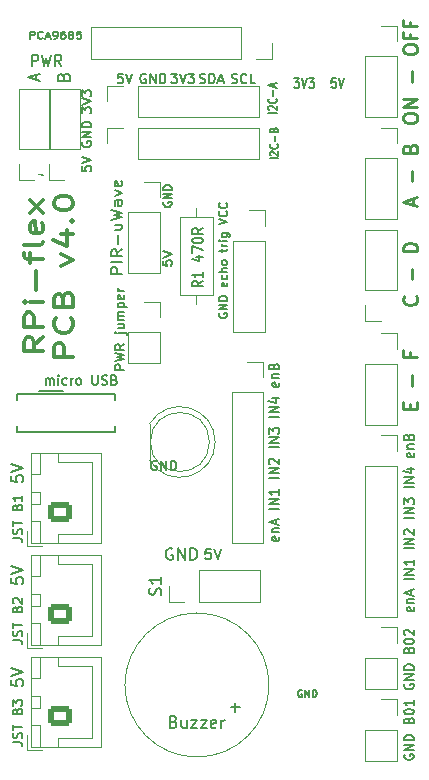
<source format=gto>
G04 #@! TF.GenerationSoftware,KiCad,Pcbnew,8.0.8*
G04 #@! TF.CreationDate,2025-03-22T22:47:56+00:00*
G04 #@! TF.ProjectId,RPi-flex_PCB04,5250692d-666c-4657-985f-50434230342e,rev?*
G04 #@! TF.SameCoordinates,Original*
G04 #@! TF.FileFunction,Legend,Top*
G04 #@! TF.FilePolarity,Positive*
%FSLAX46Y46*%
G04 Gerber Fmt 4.6, Leading zero omitted, Abs format (unit mm)*
G04 Created by KiCad (PCBNEW 8.0.8) date 2025-03-22 22:47:56*
%MOMM*%
%LPD*%
G01*
G04 APERTURE LIST*
G04 Aperture macros list*
%AMRoundRect*
0 Rectangle with rounded corners*
0 $1 Rounding radius*
0 $2 $3 $4 $5 $6 $7 $8 $9 X,Y pos of 4 corners*
0 Add a 4 corners polygon primitive as box body*
4,1,4,$2,$3,$4,$5,$6,$7,$8,$9,$2,$3,0*
0 Add four circle primitives for the rounded corners*
1,1,$1+$1,$2,$3*
1,1,$1+$1,$4,$5*
1,1,$1+$1,$6,$7*
1,1,$1+$1,$8,$9*
0 Add four rect primitives between the rounded corners*
20,1,$1+$1,$2,$3,$4,$5,0*
20,1,$1+$1,$4,$5,$6,$7,0*
20,1,$1+$1,$6,$7,$8,$9,0*
20,1,$1+$1,$8,$9,$2,$3,0*%
G04 Aperture macros list end*
%ADD10C,0.150000*%
%ADD11C,0.200000*%
%ADD12C,0.170000*%
%ADD13C,0.175000*%
%ADD14C,0.300000*%
%ADD15C,0.250000*%
%ADD16C,0.120000*%
%ADD17R,1.600000X1.600000*%
%ADD18C,1.600000*%
%ADD19R,1.700000X1.700000*%
%ADD20O,1.700000X1.700000*%
%ADD21RoundRect,0.250000X0.750000X-0.600000X0.750000X0.600000X-0.750000X0.600000X-0.750000X-0.600000X0*%
%ADD22O,2.000000X1.700000*%
%ADD23O,1.600000X1.600000*%
%ADD24R,0.840000X0.840000*%
%ADD25C,0.840000*%
%ADD26O,0.850000X1.850000*%
%ADD27C,2.200000*%
%ADD28R,1.800000X1.800000*%
%ADD29C,1.800000*%
G04 APERTURE END LIST*
D10*
X115259295Y-76047476D02*
X115259295Y-75552238D01*
X115259295Y-75552238D02*
X115564057Y-75818904D01*
X115564057Y-75818904D02*
X115564057Y-75704619D01*
X115564057Y-75704619D02*
X115602152Y-75628428D01*
X115602152Y-75628428D02*
X115640247Y-75590333D01*
X115640247Y-75590333D02*
X115716438Y-75552238D01*
X115716438Y-75552238D02*
X115906914Y-75552238D01*
X115906914Y-75552238D02*
X115983104Y-75590333D01*
X115983104Y-75590333D02*
X116021200Y-75628428D01*
X116021200Y-75628428D02*
X116059295Y-75704619D01*
X116059295Y-75704619D02*
X116059295Y-75933190D01*
X116059295Y-75933190D02*
X116021200Y-76009381D01*
X116021200Y-76009381D02*
X115983104Y-76047476D01*
X115259295Y-75323666D02*
X116059295Y-75056999D01*
X116059295Y-75056999D02*
X115259295Y-74790333D01*
X115259295Y-74599857D02*
X115259295Y-74104619D01*
X115259295Y-74104619D02*
X115564057Y-74371285D01*
X115564057Y-74371285D02*
X115564057Y-74257000D01*
X115564057Y-74257000D02*
X115602152Y-74180809D01*
X115602152Y-74180809D02*
X115640247Y-74142714D01*
X115640247Y-74142714D02*
X115716438Y-74104619D01*
X115716438Y-74104619D02*
X115906914Y-74104619D01*
X115906914Y-74104619D02*
X115983104Y-74142714D01*
X115983104Y-74142714D02*
X116021200Y-74180809D01*
X116021200Y-74180809D02*
X116059295Y-74257000D01*
X116059295Y-74257000D02*
X116059295Y-74485571D01*
X116059295Y-74485571D02*
X116021200Y-74561762D01*
X116021200Y-74561762D02*
X115983104Y-74599857D01*
X115297390Y-78460523D02*
X115259295Y-78536713D01*
X115259295Y-78536713D02*
X115259295Y-78650999D01*
X115259295Y-78650999D02*
X115297390Y-78765285D01*
X115297390Y-78765285D02*
X115373580Y-78841475D01*
X115373580Y-78841475D02*
X115449771Y-78879570D01*
X115449771Y-78879570D02*
X115602152Y-78917666D01*
X115602152Y-78917666D02*
X115716438Y-78917666D01*
X115716438Y-78917666D02*
X115868819Y-78879570D01*
X115868819Y-78879570D02*
X115945009Y-78841475D01*
X115945009Y-78841475D02*
X116021200Y-78765285D01*
X116021200Y-78765285D02*
X116059295Y-78650999D01*
X116059295Y-78650999D02*
X116059295Y-78574808D01*
X116059295Y-78574808D02*
X116021200Y-78460523D01*
X116021200Y-78460523D02*
X115983104Y-78422427D01*
X115983104Y-78422427D02*
X115716438Y-78422427D01*
X115716438Y-78422427D02*
X115716438Y-78574808D01*
X116059295Y-78079570D02*
X115259295Y-78079570D01*
X115259295Y-78079570D02*
X116059295Y-77622427D01*
X116059295Y-77622427D02*
X115259295Y-77622427D01*
X116059295Y-77241475D02*
X115259295Y-77241475D01*
X115259295Y-77241475D02*
X115259295Y-77050999D01*
X115259295Y-77050999D02*
X115297390Y-76936713D01*
X115297390Y-76936713D02*
X115373580Y-76860523D01*
X115373580Y-76860523D02*
X115449771Y-76822428D01*
X115449771Y-76822428D02*
X115602152Y-76784332D01*
X115602152Y-76784332D02*
X115716438Y-76784332D01*
X115716438Y-76784332D02*
X115868819Y-76822428D01*
X115868819Y-76822428D02*
X115945009Y-76860523D01*
X115945009Y-76860523D02*
X116021200Y-76936713D01*
X116021200Y-76936713D02*
X116059295Y-77050999D01*
X116059295Y-77050999D02*
X116059295Y-77241475D01*
X111943704Y-80492619D02*
X111943704Y-80111667D01*
X111943704Y-80111667D02*
X111562752Y-80073571D01*
X111562752Y-80073571D02*
X111600847Y-80111667D01*
X111600847Y-80111667D02*
X111638942Y-80187857D01*
X111638942Y-80187857D02*
X111638942Y-80378333D01*
X111638942Y-80378333D02*
X111600847Y-80454524D01*
X111600847Y-80454524D02*
X111562752Y-80492619D01*
X111562752Y-80492619D02*
X111486561Y-80530714D01*
X111486561Y-80530714D02*
X111296085Y-80530714D01*
X111296085Y-80530714D02*
X111219895Y-80492619D01*
X111219895Y-80492619D02*
X111181800Y-80454524D01*
X111181800Y-80454524D02*
X111143704Y-80378333D01*
X111143704Y-80378333D02*
X111143704Y-80187857D01*
X111143704Y-80187857D02*
X111181800Y-80111667D01*
X111181800Y-80111667D02*
X111219895Y-80073571D01*
X111943704Y-80759286D02*
X111143704Y-81025953D01*
X111143704Y-81025953D02*
X111943704Y-81292619D01*
D11*
X126193571Y-112916957D02*
X125764999Y-112916957D01*
X125764999Y-112916957D02*
X125722142Y-113345528D01*
X125722142Y-113345528D02*
X125764999Y-113302671D01*
X125764999Y-113302671D02*
X125850714Y-113259814D01*
X125850714Y-113259814D02*
X126064999Y-113259814D01*
X126064999Y-113259814D02*
X126150714Y-113302671D01*
X126150714Y-113302671D02*
X126193571Y-113345528D01*
X126193571Y-113345528D02*
X126236428Y-113431242D01*
X126236428Y-113431242D02*
X126236428Y-113645528D01*
X126236428Y-113645528D02*
X126193571Y-113731242D01*
X126193571Y-113731242D02*
X126150714Y-113774100D01*
X126150714Y-113774100D02*
X126064999Y-113816957D01*
X126064999Y-113816957D02*
X125850714Y-113816957D01*
X125850714Y-113816957D02*
X125764999Y-113774100D01*
X125764999Y-113774100D02*
X125722142Y-113731242D01*
X126493571Y-112916957D02*
X126793571Y-113816957D01*
X126793571Y-113816957D02*
X127093571Y-112916957D01*
X122834523Y-72711695D02*
X123329761Y-72711695D01*
X123329761Y-72711695D02*
X123063095Y-73016457D01*
X123063095Y-73016457D02*
X123177380Y-73016457D01*
X123177380Y-73016457D02*
X123253571Y-73054552D01*
X123253571Y-73054552D02*
X123291666Y-73092647D01*
X123291666Y-73092647D02*
X123329761Y-73168838D01*
X123329761Y-73168838D02*
X123329761Y-73359314D01*
X123329761Y-73359314D02*
X123291666Y-73435504D01*
X123291666Y-73435504D02*
X123253571Y-73473600D01*
X123253571Y-73473600D02*
X123177380Y-73511695D01*
X123177380Y-73511695D02*
X122948809Y-73511695D01*
X122948809Y-73511695D02*
X122872618Y-73473600D01*
X122872618Y-73473600D02*
X122834523Y-73435504D01*
X123558333Y-72711695D02*
X123825000Y-73511695D01*
X123825000Y-73511695D02*
X124091666Y-72711695D01*
X124282142Y-72711695D02*
X124777380Y-72711695D01*
X124777380Y-72711695D02*
X124510714Y-73016457D01*
X124510714Y-73016457D02*
X124624999Y-73016457D01*
X124624999Y-73016457D02*
X124701190Y-73054552D01*
X124701190Y-73054552D02*
X124739285Y-73092647D01*
X124739285Y-73092647D02*
X124777380Y-73168838D01*
X124777380Y-73168838D02*
X124777380Y-73359314D01*
X124777380Y-73359314D02*
X124739285Y-73435504D01*
X124739285Y-73435504D02*
X124701190Y-73473600D01*
X124701190Y-73473600D02*
X124624999Y-73511695D01*
X124624999Y-73511695D02*
X124396428Y-73511695D01*
X124396428Y-73511695D02*
X124320237Y-73473600D01*
X124320237Y-73473600D02*
X124282142Y-73435504D01*
X125266571Y-73473600D02*
X125380857Y-73511695D01*
X125380857Y-73511695D02*
X125571333Y-73511695D01*
X125571333Y-73511695D02*
X125647524Y-73473600D01*
X125647524Y-73473600D02*
X125685619Y-73435504D01*
X125685619Y-73435504D02*
X125723714Y-73359314D01*
X125723714Y-73359314D02*
X125723714Y-73283123D01*
X125723714Y-73283123D02*
X125685619Y-73206933D01*
X125685619Y-73206933D02*
X125647524Y-73168838D01*
X125647524Y-73168838D02*
X125571333Y-73130742D01*
X125571333Y-73130742D02*
X125418952Y-73092647D01*
X125418952Y-73092647D02*
X125342762Y-73054552D01*
X125342762Y-73054552D02*
X125304667Y-73016457D01*
X125304667Y-73016457D02*
X125266571Y-72940266D01*
X125266571Y-72940266D02*
X125266571Y-72864076D01*
X125266571Y-72864076D02*
X125304667Y-72787885D01*
X125304667Y-72787885D02*
X125342762Y-72749790D01*
X125342762Y-72749790D02*
X125418952Y-72711695D01*
X125418952Y-72711695D02*
X125609429Y-72711695D01*
X125609429Y-72711695D02*
X125723714Y-72749790D01*
X126066572Y-73511695D02*
X126066572Y-72711695D01*
X126066572Y-72711695D02*
X126257048Y-72711695D01*
X126257048Y-72711695D02*
X126371334Y-72749790D01*
X126371334Y-72749790D02*
X126447524Y-72825980D01*
X126447524Y-72825980D02*
X126485619Y-72902171D01*
X126485619Y-72902171D02*
X126523715Y-73054552D01*
X126523715Y-73054552D02*
X126523715Y-73168838D01*
X126523715Y-73168838D02*
X126485619Y-73321219D01*
X126485619Y-73321219D02*
X126447524Y-73397409D01*
X126447524Y-73397409D02*
X126371334Y-73473600D01*
X126371334Y-73473600D02*
X126257048Y-73511695D01*
X126257048Y-73511695D02*
X126066572Y-73511695D01*
X126828476Y-73283123D02*
X127209429Y-73283123D01*
X126752286Y-73511695D02*
X127018953Y-72711695D01*
X127018953Y-72711695D02*
X127285619Y-73511695D01*
X127952618Y-73473600D02*
X128066904Y-73511695D01*
X128066904Y-73511695D02*
X128257380Y-73511695D01*
X128257380Y-73511695D02*
X128333571Y-73473600D01*
X128333571Y-73473600D02*
X128371666Y-73435504D01*
X128371666Y-73435504D02*
X128409761Y-73359314D01*
X128409761Y-73359314D02*
X128409761Y-73283123D01*
X128409761Y-73283123D02*
X128371666Y-73206933D01*
X128371666Y-73206933D02*
X128333571Y-73168838D01*
X128333571Y-73168838D02*
X128257380Y-73130742D01*
X128257380Y-73130742D02*
X128104999Y-73092647D01*
X128104999Y-73092647D02*
X128028809Y-73054552D01*
X128028809Y-73054552D02*
X127990714Y-73016457D01*
X127990714Y-73016457D02*
X127952618Y-72940266D01*
X127952618Y-72940266D02*
X127952618Y-72864076D01*
X127952618Y-72864076D02*
X127990714Y-72787885D01*
X127990714Y-72787885D02*
X128028809Y-72749790D01*
X128028809Y-72749790D02*
X128104999Y-72711695D01*
X128104999Y-72711695D02*
X128295476Y-72711695D01*
X128295476Y-72711695D02*
X128409761Y-72749790D01*
X129209762Y-73435504D02*
X129171666Y-73473600D01*
X129171666Y-73473600D02*
X129057381Y-73511695D01*
X129057381Y-73511695D02*
X128981190Y-73511695D01*
X128981190Y-73511695D02*
X128866904Y-73473600D01*
X128866904Y-73473600D02*
X128790714Y-73397409D01*
X128790714Y-73397409D02*
X128752619Y-73321219D01*
X128752619Y-73321219D02*
X128714523Y-73168838D01*
X128714523Y-73168838D02*
X128714523Y-73054552D01*
X128714523Y-73054552D02*
X128752619Y-72902171D01*
X128752619Y-72902171D02*
X128790714Y-72825980D01*
X128790714Y-72825980D02*
X128866904Y-72749790D01*
X128866904Y-72749790D02*
X128981190Y-72711695D01*
X128981190Y-72711695D02*
X129057381Y-72711695D01*
X129057381Y-72711695D02*
X129171666Y-72749790D01*
X129171666Y-72749790D02*
X129209762Y-72787885D01*
X129933571Y-73511695D02*
X129552619Y-73511695D01*
X129552619Y-73511695D02*
X129552619Y-72711695D01*
X120675476Y-72749790D02*
X120599286Y-72711695D01*
X120599286Y-72711695D02*
X120485000Y-72711695D01*
X120485000Y-72711695D02*
X120370714Y-72749790D01*
X120370714Y-72749790D02*
X120294524Y-72825980D01*
X120294524Y-72825980D02*
X120256429Y-72902171D01*
X120256429Y-72902171D02*
X120218333Y-73054552D01*
X120218333Y-73054552D02*
X120218333Y-73168838D01*
X120218333Y-73168838D02*
X120256429Y-73321219D01*
X120256429Y-73321219D02*
X120294524Y-73397409D01*
X120294524Y-73397409D02*
X120370714Y-73473600D01*
X120370714Y-73473600D02*
X120485000Y-73511695D01*
X120485000Y-73511695D02*
X120561191Y-73511695D01*
X120561191Y-73511695D02*
X120675476Y-73473600D01*
X120675476Y-73473600D02*
X120713572Y-73435504D01*
X120713572Y-73435504D02*
X120713572Y-73168838D01*
X120713572Y-73168838D02*
X120561191Y-73168838D01*
X121056429Y-73511695D02*
X121056429Y-72711695D01*
X121056429Y-72711695D02*
X121513572Y-73511695D01*
X121513572Y-73511695D02*
X121513572Y-72711695D01*
X121894524Y-73511695D02*
X121894524Y-72711695D01*
X121894524Y-72711695D02*
X122085000Y-72711695D01*
X122085000Y-72711695D02*
X122199286Y-72749790D01*
X122199286Y-72749790D02*
X122275476Y-72825980D01*
X122275476Y-72825980D02*
X122313571Y-72902171D01*
X122313571Y-72902171D02*
X122351667Y-73054552D01*
X122351667Y-73054552D02*
X122351667Y-73168838D01*
X122351667Y-73168838D02*
X122313571Y-73321219D01*
X122313571Y-73321219D02*
X122275476Y-73397409D01*
X122275476Y-73397409D02*
X122199286Y-73473600D01*
X122199286Y-73473600D02*
X122085000Y-73511695D01*
X122085000Y-73511695D02*
X121894524Y-73511695D01*
D12*
X136772667Y-73094255D02*
X136439333Y-73094255D01*
X136439333Y-73094255D02*
X136406000Y-73475207D01*
X136406000Y-73475207D02*
X136439333Y-73437112D01*
X136439333Y-73437112D02*
X136506000Y-73399017D01*
X136506000Y-73399017D02*
X136672667Y-73399017D01*
X136672667Y-73399017D02*
X136739333Y-73437112D01*
X136739333Y-73437112D02*
X136772667Y-73475207D01*
X136772667Y-73475207D02*
X136806000Y-73551398D01*
X136806000Y-73551398D02*
X136806000Y-73741874D01*
X136806000Y-73741874D02*
X136772667Y-73818064D01*
X136772667Y-73818064D02*
X136739333Y-73856160D01*
X136739333Y-73856160D02*
X136672667Y-73894255D01*
X136672667Y-73894255D02*
X136506000Y-73894255D01*
X136506000Y-73894255D02*
X136439333Y-73856160D01*
X136439333Y-73856160D02*
X136406000Y-73818064D01*
X137006000Y-73094255D02*
X137239334Y-73894255D01*
X137239334Y-73894255D02*
X137472667Y-73094255D01*
X133245333Y-73094255D02*
X133678666Y-73094255D01*
X133678666Y-73094255D02*
X133445333Y-73399017D01*
X133445333Y-73399017D02*
X133545333Y-73399017D01*
X133545333Y-73399017D02*
X133611999Y-73437112D01*
X133611999Y-73437112D02*
X133645333Y-73475207D01*
X133645333Y-73475207D02*
X133678666Y-73551398D01*
X133678666Y-73551398D02*
X133678666Y-73741874D01*
X133678666Y-73741874D02*
X133645333Y-73818064D01*
X133645333Y-73818064D02*
X133611999Y-73856160D01*
X133611999Y-73856160D02*
X133545333Y-73894255D01*
X133545333Y-73894255D02*
X133345333Y-73894255D01*
X133345333Y-73894255D02*
X133278666Y-73856160D01*
X133278666Y-73856160D02*
X133245333Y-73818064D01*
X133878666Y-73094255D02*
X134112000Y-73894255D01*
X134112000Y-73894255D02*
X134345333Y-73094255D01*
X134512000Y-73094255D02*
X134945333Y-73094255D01*
X134945333Y-73094255D02*
X134712000Y-73399017D01*
X134712000Y-73399017D02*
X134812000Y-73399017D01*
X134812000Y-73399017D02*
X134878666Y-73437112D01*
X134878666Y-73437112D02*
X134912000Y-73475207D01*
X134912000Y-73475207D02*
X134945333Y-73551398D01*
X134945333Y-73551398D02*
X134945333Y-73741874D01*
X134945333Y-73741874D02*
X134912000Y-73818064D01*
X134912000Y-73818064D02*
X134878666Y-73856160D01*
X134878666Y-73856160D02*
X134812000Y-73894255D01*
X134812000Y-73894255D02*
X134612000Y-73894255D01*
X134612000Y-73894255D02*
X134545333Y-73856160D01*
X134545333Y-73856160D02*
X134512000Y-73818064D01*
D10*
X133908857Y-124920342D02*
X133851715Y-124891771D01*
X133851715Y-124891771D02*
X133766000Y-124891771D01*
X133766000Y-124891771D02*
X133680286Y-124920342D01*
X133680286Y-124920342D02*
X133623143Y-124977485D01*
X133623143Y-124977485D02*
X133594572Y-125034628D01*
X133594572Y-125034628D02*
X133566000Y-125148914D01*
X133566000Y-125148914D02*
X133566000Y-125234628D01*
X133566000Y-125234628D02*
X133594572Y-125348914D01*
X133594572Y-125348914D02*
X133623143Y-125406057D01*
X133623143Y-125406057D02*
X133680286Y-125463200D01*
X133680286Y-125463200D02*
X133766000Y-125491771D01*
X133766000Y-125491771D02*
X133823143Y-125491771D01*
X133823143Y-125491771D02*
X133908857Y-125463200D01*
X133908857Y-125463200D02*
X133937429Y-125434628D01*
X133937429Y-125434628D02*
X133937429Y-125234628D01*
X133937429Y-125234628D02*
X133823143Y-125234628D01*
X134194572Y-125491771D02*
X134194572Y-124891771D01*
X134194572Y-124891771D02*
X134537429Y-125491771D01*
X134537429Y-125491771D02*
X134537429Y-124891771D01*
X134823143Y-125491771D02*
X134823143Y-124891771D01*
X134823143Y-124891771D02*
X134966000Y-124891771D01*
X134966000Y-124891771D02*
X135051714Y-124920342D01*
X135051714Y-124920342D02*
X135108857Y-124977485D01*
X135108857Y-124977485D02*
X135137428Y-125034628D01*
X135137428Y-125034628D02*
X135166000Y-125148914D01*
X135166000Y-125148914D02*
X135166000Y-125234628D01*
X135166000Y-125234628D02*
X135137428Y-125348914D01*
X135137428Y-125348914D02*
X135108857Y-125406057D01*
X135108857Y-125406057D02*
X135051714Y-125463200D01*
X135051714Y-125463200D02*
X134966000Y-125491771D01*
X134966000Y-125491771D02*
X134823143Y-125491771D01*
D11*
X111068000Y-72080219D02*
X111068000Y-71080219D01*
X111068000Y-71080219D02*
X111410857Y-71080219D01*
X111410857Y-71080219D02*
X111496572Y-71127838D01*
X111496572Y-71127838D02*
X111539429Y-71175457D01*
X111539429Y-71175457D02*
X111582286Y-71270695D01*
X111582286Y-71270695D02*
X111582286Y-71413552D01*
X111582286Y-71413552D02*
X111539429Y-71508790D01*
X111539429Y-71508790D02*
X111496572Y-71556409D01*
X111496572Y-71556409D02*
X111410857Y-71604028D01*
X111410857Y-71604028D02*
X111068000Y-71604028D01*
X111882286Y-71080219D02*
X112096572Y-72080219D01*
X112096572Y-72080219D02*
X112268000Y-71365933D01*
X112268000Y-71365933D02*
X112439429Y-72080219D01*
X112439429Y-72080219D02*
X112653715Y-71080219D01*
X113510857Y-72080219D02*
X113210857Y-71604028D01*
X112996571Y-72080219D02*
X112996571Y-71080219D01*
X112996571Y-71080219D02*
X113339428Y-71080219D01*
X113339428Y-71080219D02*
X113425143Y-71127838D01*
X113425143Y-71127838D02*
X113468000Y-71175457D01*
X113468000Y-71175457D02*
X113510857Y-71270695D01*
X113510857Y-71270695D02*
X113510857Y-71413552D01*
X113510857Y-71413552D02*
X113468000Y-71508790D01*
X113468000Y-71508790D02*
X113425143Y-71556409D01*
X113425143Y-71556409D02*
X113339428Y-71604028D01*
X113339428Y-71604028D02*
X112996571Y-71604028D01*
X115256695Y-80543380D02*
X115256695Y-80924332D01*
X115256695Y-80924332D02*
X115637647Y-80962428D01*
X115637647Y-80962428D02*
X115599552Y-80924332D01*
X115599552Y-80924332D02*
X115561457Y-80848142D01*
X115561457Y-80848142D02*
X115561457Y-80657666D01*
X115561457Y-80657666D02*
X115599552Y-80581475D01*
X115599552Y-80581475D02*
X115637647Y-80543380D01*
X115637647Y-80543380D02*
X115713838Y-80505285D01*
X115713838Y-80505285D02*
X115904314Y-80505285D01*
X115904314Y-80505285D02*
X115980504Y-80543380D01*
X115980504Y-80543380D02*
X116018600Y-80581475D01*
X116018600Y-80581475D02*
X116056695Y-80657666D01*
X116056695Y-80657666D02*
X116056695Y-80848142D01*
X116056695Y-80848142D02*
X116018600Y-80924332D01*
X116018600Y-80924332D02*
X115980504Y-80962428D01*
X115256695Y-80276713D02*
X116056695Y-80010046D01*
X116056695Y-80010046D02*
X115256695Y-79743380D01*
X122936095Y-112910838D02*
X122840857Y-112863219D01*
X122840857Y-112863219D02*
X122698000Y-112863219D01*
X122698000Y-112863219D02*
X122555143Y-112910838D01*
X122555143Y-112910838D02*
X122459905Y-113006076D01*
X122459905Y-113006076D02*
X122412286Y-113101314D01*
X122412286Y-113101314D02*
X122364667Y-113291790D01*
X122364667Y-113291790D02*
X122364667Y-113434647D01*
X122364667Y-113434647D02*
X122412286Y-113625123D01*
X122412286Y-113625123D02*
X122459905Y-113720361D01*
X122459905Y-113720361D02*
X122555143Y-113815600D01*
X122555143Y-113815600D02*
X122698000Y-113863219D01*
X122698000Y-113863219D02*
X122793238Y-113863219D01*
X122793238Y-113863219D02*
X122936095Y-113815600D01*
X122936095Y-113815600D02*
X122983714Y-113767980D01*
X122983714Y-113767980D02*
X122983714Y-113434647D01*
X122983714Y-113434647D02*
X122793238Y-113434647D01*
X123412286Y-113863219D02*
X123412286Y-112863219D01*
X123412286Y-112863219D02*
X123983714Y-113863219D01*
X123983714Y-113863219D02*
X123983714Y-112863219D01*
X124459905Y-113863219D02*
X124459905Y-112863219D01*
X124459905Y-112863219D02*
X124698000Y-112863219D01*
X124698000Y-112863219D02*
X124840857Y-112910838D01*
X124840857Y-112910838D02*
X124936095Y-113006076D01*
X124936095Y-113006076D02*
X124983714Y-113101314D01*
X124983714Y-113101314D02*
X125031333Y-113291790D01*
X125031333Y-113291790D02*
X125031333Y-113434647D01*
X125031333Y-113434647D02*
X124983714Y-113625123D01*
X124983714Y-113625123D02*
X124936095Y-113720361D01*
X124936095Y-113720361D02*
X124840857Y-113815600D01*
X124840857Y-113815600D02*
X124698000Y-113863219D01*
X124698000Y-113863219D02*
X124459905Y-113863219D01*
X109307219Y-124015476D02*
X109307219Y-124491666D01*
X109307219Y-124491666D02*
X109783409Y-124539285D01*
X109783409Y-124539285D02*
X109735790Y-124491666D01*
X109735790Y-124491666D02*
X109688171Y-124396428D01*
X109688171Y-124396428D02*
X109688171Y-124158333D01*
X109688171Y-124158333D02*
X109735790Y-124063095D01*
X109735790Y-124063095D02*
X109783409Y-124015476D01*
X109783409Y-124015476D02*
X109878647Y-123967857D01*
X109878647Y-123967857D02*
X110116742Y-123967857D01*
X110116742Y-123967857D02*
X110211980Y-124015476D01*
X110211980Y-124015476D02*
X110259600Y-124063095D01*
X110259600Y-124063095D02*
X110307219Y-124158333D01*
X110307219Y-124158333D02*
X110307219Y-124396428D01*
X110307219Y-124396428D02*
X110259600Y-124491666D01*
X110259600Y-124491666D02*
X110211980Y-124539285D01*
X109307219Y-123682142D02*
X110307219Y-123348809D01*
X110307219Y-123348809D02*
X109307219Y-123015476D01*
X109307219Y-115379476D02*
X109307219Y-115855666D01*
X109307219Y-115855666D02*
X109783409Y-115903285D01*
X109783409Y-115903285D02*
X109735790Y-115855666D01*
X109735790Y-115855666D02*
X109688171Y-115760428D01*
X109688171Y-115760428D02*
X109688171Y-115522333D01*
X109688171Y-115522333D02*
X109735790Y-115427095D01*
X109735790Y-115427095D02*
X109783409Y-115379476D01*
X109783409Y-115379476D02*
X109878647Y-115331857D01*
X109878647Y-115331857D02*
X110116742Y-115331857D01*
X110116742Y-115331857D02*
X110211980Y-115379476D01*
X110211980Y-115379476D02*
X110259600Y-115427095D01*
X110259600Y-115427095D02*
X110307219Y-115522333D01*
X110307219Y-115522333D02*
X110307219Y-115760428D01*
X110307219Y-115760428D02*
X110259600Y-115855666D01*
X110259600Y-115855666D02*
X110211980Y-115903285D01*
X109307219Y-115046142D02*
X110307219Y-114712809D01*
X110307219Y-114712809D02*
X109307219Y-114379476D01*
X109307219Y-106743476D02*
X109307219Y-107219666D01*
X109307219Y-107219666D02*
X109783409Y-107267285D01*
X109783409Y-107267285D02*
X109735790Y-107219666D01*
X109735790Y-107219666D02*
X109688171Y-107124428D01*
X109688171Y-107124428D02*
X109688171Y-106886333D01*
X109688171Y-106886333D02*
X109735790Y-106791095D01*
X109735790Y-106791095D02*
X109783409Y-106743476D01*
X109783409Y-106743476D02*
X109878647Y-106695857D01*
X109878647Y-106695857D02*
X110116742Y-106695857D01*
X110116742Y-106695857D02*
X110211980Y-106743476D01*
X110211980Y-106743476D02*
X110259600Y-106791095D01*
X110259600Y-106791095D02*
X110307219Y-106886333D01*
X110307219Y-106886333D02*
X110307219Y-107124428D01*
X110307219Y-107124428D02*
X110259600Y-107219666D01*
X110259600Y-107219666D02*
X110211980Y-107267285D01*
X109307219Y-106410142D02*
X110307219Y-106076809D01*
X110307219Y-106076809D02*
X109307219Y-105743476D01*
D10*
X121564476Y-105518390D02*
X121488286Y-105480295D01*
X121488286Y-105480295D02*
X121374000Y-105480295D01*
X121374000Y-105480295D02*
X121259714Y-105518390D01*
X121259714Y-105518390D02*
X121183524Y-105594580D01*
X121183524Y-105594580D02*
X121145429Y-105670771D01*
X121145429Y-105670771D02*
X121107333Y-105823152D01*
X121107333Y-105823152D02*
X121107333Y-105937438D01*
X121107333Y-105937438D02*
X121145429Y-106089819D01*
X121145429Y-106089819D02*
X121183524Y-106166009D01*
X121183524Y-106166009D02*
X121259714Y-106242200D01*
X121259714Y-106242200D02*
X121374000Y-106280295D01*
X121374000Y-106280295D02*
X121450191Y-106280295D01*
X121450191Y-106280295D02*
X121564476Y-106242200D01*
X121564476Y-106242200D02*
X121602572Y-106204104D01*
X121602572Y-106204104D02*
X121602572Y-105937438D01*
X121602572Y-105937438D02*
X121450191Y-105937438D01*
X121945429Y-106280295D02*
X121945429Y-105480295D01*
X121945429Y-105480295D02*
X122402572Y-106280295D01*
X122402572Y-106280295D02*
X122402572Y-105480295D01*
X122783524Y-106280295D02*
X122783524Y-105480295D01*
X122783524Y-105480295D02*
X122974000Y-105480295D01*
X122974000Y-105480295D02*
X123088286Y-105518390D01*
X123088286Y-105518390D02*
X123164476Y-105594580D01*
X123164476Y-105594580D02*
X123202571Y-105670771D01*
X123202571Y-105670771D02*
X123240667Y-105823152D01*
X123240667Y-105823152D02*
X123240667Y-105937438D01*
X123240667Y-105937438D02*
X123202571Y-106089819D01*
X123202571Y-106089819D02*
X123164476Y-106166009D01*
X123164476Y-106166009D02*
X123088286Y-106242200D01*
X123088286Y-106242200D02*
X122974000Y-106280295D01*
X122974000Y-106280295D02*
X122783524Y-106280295D01*
D11*
X118719619Y-72711695D02*
X118338667Y-72711695D01*
X118338667Y-72711695D02*
X118300571Y-73092647D01*
X118300571Y-73092647D02*
X118338667Y-73054552D01*
X118338667Y-73054552D02*
X118414857Y-73016457D01*
X118414857Y-73016457D02*
X118605333Y-73016457D01*
X118605333Y-73016457D02*
X118681524Y-73054552D01*
X118681524Y-73054552D02*
X118719619Y-73092647D01*
X118719619Y-73092647D02*
X118757714Y-73168838D01*
X118757714Y-73168838D02*
X118757714Y-73359314D01*
X118757714Y-73359314D02*
X118719619Y-73435504D01*
X118719619Y-73435504D02*
X118681524Y-73473600D01*
X118681524Y-73473600D02*
X118605333Y-73511695D01*
X118605333Y-73511695D02*
X118414857Y-73511695D01*
X118414857Y-73511695D02*
X118338667Y-73473600D01*
X118338667Y-73473600D02*
X118300571Y-73435504D01*
X118986286Y-72711695D02*
X119252953Y-73511695D01*
X119252953Y-73511695D02*
X119519619Y-72711695D01*
D13*
X122169733Y-88544380D02*
X122169733Y-88925332D01*
X122169733Y-88925332D02*
X122503066Y-88963428D01*
X122503066Y-88963428D02*
X122469733Y-88925332D01*
X122469733Y-88925332D02*
X122436400Y-88849142D01*
X122436400Y-88849142D02*
X122436400Y-88658666D01*
X122436400Y-88658666D02*
X122469733Y-88582475D01*
X122469733Y-88582475D02*
X122503066Y-88544380D01*
X122503066Y-88544380D02*
X122569733Y-88506285D01*
X122569733Y-88506285D02*
X122736400Y-88506285D01*
X122736400Y-88506285D02*
X122803066Y-88544380D01*
X122803066Y-88544380D02*
X122836400Y-88582475D01*
X122836400Y-88582475D02*
X122869733Y-88658666D01*
X122869733Y-88658666D02*
X122869733Y-88849142D01*
X122869733Y-88849142D02*
X122836400Y-88925332D01*
X122836400Y-88925332D02*
X122803066Y-88963428D01*
X122169733Y-88277713D02*
X122869733Y-88011046D01*
X122869733Y-88011046D02*
X122169733Y-87744380D01*
X122203066Y-83591332D02*
X122169733Y-83657999D01*
X122169733Y-83657999D02*
X122169733Y-83757999D01*
X122169733Y-83757999D02*
X122203066Y-83857999D01*
X122203066Y-83857999D02*
X122269733Y-83924666D01*
X122269733Y-83924666D02*
X122336400Y-83957999D01*
X122336400Y-83957999D02*
X122469733Y-83991332D01*
X122469733Y-83991332D02*
X122569733Y-83991332D01*
X122569733Y-83991332D02*
X122703066Y-83957999D01*
X122703066Y-83957999D02*
X122769733Y-83924666D01*
X122769733Y-83924666D02*
X122836400Y-83857999D01*
X122836400Y-83857999D02*
X122869733Y-83757999D01*
X122869733Y-83757999D02*
X122869733Y-83691332D01*
X122869733Y-83691332D02*
X122836400Y-83591332D01*
X122836400Y-83591332D02*
X122803066Y-83557999D01*
X122803066Y-83557999D02*
X122569733Y-83557999D01*
X122569733Y-83557999D02*
X122569733Y-83691332D01*
X122869733Y-83257999D02*
X122169733Y-83257999D01*
X122169733Y-83257999D02*
X122869733Y-82857999D01*
X122869733Y-82857999D02*
X122169733Y-82857999D01*
X122869733Y-82524666D02*
X122169733Y-82524666D01*
X122169733Y-82524666D02*
X122169733Y-82357999D01*
X122169733Y-82357999D02*
X122203066Y-82257999D01*
X122203066Y-82257999D02*
X122269733Y-82191333D01*
X122269733Y-82191333D02*
X122336400Y-82157999D01*
X122336400Y-82157999D02*
X122469733Y-82124666D01*
X122469733Y-82124666D02*
X122569733Y-82124666D01*
X122569733Y-82124666D02*
X122703066Y-82157999D01*
X122703066Y-82157999D02*
X122769733Y-82191333D01*
X122769733Y-82191333D02*
X122836400Y-82257999D01*
X122836400Y-82257999D02*
X122869733Y-82357999D01*
X122869733Y-82357999D02*
X122869733Y-82524666D01*
D10*
X110863332Y-69738771D02*
X110863332Y-69138771D01*
X110863332Y-69138771D02*
X111129999Y-69138771D01*
X111129999Y-69138771D02*
X111196666Y-69167342D01*
X111196666Y-69167342D02*
X111229999Y-69195914D01*
X111229999Y-69195914D02*
X111263332Y-69253057D01*
X111263332Y-69253057D02*
X111263332Y-69338771D01*
X111263332Y-69338771D02*
X111229999Y-69395914D01*
X111229999Y-69395914D02*
X111196666Y-69424485D01*
X111196666Y-69424485D02*
X111129999Y-69453057D01*
X111129999Y-69453057D02*
X110863332Y-69453057D01*
X111963332Y-69681628D02*
X111929999Y-69710200D01*
X111929999Y-69710200D02*
X111829999Y-69738771D01*
X111829999Y-69738771D02*
X111763332Y-69738771D01*
X111763332Y-69738771D02*
X111663332Y-69710200D01*
X111663332Y-69710200D02*
X111596666Y-69653057D01*
X111596666Y-69653057D02*
X111563332Y-69595914D01*
X111563332Y-69595914D02*
X111529999Y-69481628D01*
X111529999Y-69481628D02*
X111529999Y-69395914D01*
X111529999Y-69395914D02*
X111563332Y-69281628D01*
X111563332Y-69281628D02*
X111596666Y-69224485D01*
X111596666Y-69224485D02*
X111663332Y-69167342D01*
X111663332Y-69167342D02*
X111763332Y-69138771D01*
X111763332Y-69138771D02*
X111829999Y-69138771D01*
X111829999Y-69138771D02*
X111929999Y-69167342D01*
X111929999Y-69167342D02*
X111963332Y-69195914D01*
X112229999Y-69567342D02*
X112563332Y-69567342D01*
X112163332Y-69738771D02*
X112396666Y-69138771D01*
X112396666Y-69138771D02*
X112629999Y-69738771D01*
X112896666Y-69738771D02*
X113029999Y-69738771D01*
X113029999Y-69738771D02*
X113096666Y-69710200D01*
X113096666Y-69710200D02*
X113129999Y-69681628D01*
X113129999Y-69681628D02*
X113196666Y-69595914D01*
X113196666Y-69595914D02*
X113229999Y-69481628D01*
X113229999Y-69481628D02*
X113229999Y-69253057D01*
X113229999Y-69253057D02*
X113196666Y-69195914D01*
X113196666Y-69195914D02*
X113163332Y-69167342D01*
X113163332Y-69167342D02*
X113096666Y-69138771D01*
X113096666Y-69138771D02*
X112963332Y-69138771D01*
X112963332Y-69138771D02*
X112896666Y-69167342D01*
X112896666Y-69167342D02*
X112863332Y-69195914D01*
X112863332Y-69195914D02*
X112829999Y-69253057D01*
X112829999Y-69253057D02*
X112829999Y-69395914D01*
X112829999Y-69395914D02*
X112863332Y-69453057D01*
X112863332Y-69453057D02*
X112896666Y-69481628D01*
X112896666Y-69481628D02*
X112963332Y-69510200D01*
X112963332Y-69510200D02*
X113096666Y-69510200D01*
X113096666Y-69510200D02*
X113163332Y-69481628D01*
X113163332Y-69481628D02*
X113196666Y-69453057D01*
X113196666Y-69453057D02*
X113229999Y-69395914D01*
X113829999Y-69138771D02*
X113696666Y-69138771D01*
X113696666Y-69138771D02*
X113629999Y-69167342D01*
X113629999Y-69167342D02*
X113596666Y-69195914D01*
X113596666Y-69195914D02*
X113529999Y-69281628D01*
X113529999Y-69281628D02*
X113496666Y-69395914D01*
X113496666Y-69395914D02*
X113496666Y-69624485D01*
X113496666Y-69624485D02*
X113529999Y-69681628D01*
X113529999Y-69681628D02*
X113563333Y-69710200D01*
X113563333Y-69710200D02*
X113629999Y-69738771D01*
X113629999Y-69738771D02*
X113763333Y-69738771D01*
X113763333Y-69738771D02*
X113829999Y-69710200D01*
X113829999Y-69710200D02*
X113863333Y-69681628D01*
X113863333Y-69681628D02*
X113896666Y-69624485D01*
X113896666Y-69624485D02*
X113896666Y-69481628D01*
X113896666Y-69481628D02*
X113863333Y-69424485D01*
X113863333Y-69424485D02*
X113829999Y-69395914D01*
X113829999Y-69395914D02*
X113763333Y-69367342D01*
X113763333Y-69367342D02*
X113629999Y-69367342D01*
X113629999Y-69367342D02*
X113563333Y-69395914D01*
X113563333Y-69395914D02*
X113529999Y-69424485D01*
X113529999Y-69424485D02*
X113496666Y-69481628D01*
X114296666Y-69395914D02*
X114230000Y-69367342D01*
X114230000Y-69367342D02*
X114196666Y-69338771D01*
X114196666Y-69338771D02*
X114163333Y-69281628D01*
X114163333Y-69281628D02*
X114163333Y-69253057D01*
X114163333Y-69253057D02*
X114196666Y-69195914D01*
X114196666Y-69195914D02*
X114230000Y-69167342D01*
X114230000Y-69167342D02*
X114296666Y-69138771D01*
X114296666Y-69138771D02*
X114430000Y-69138771D01*
X114430000Y-69138771D02*
X114496666Y-69167342D01*
X114496666Y-69167342D02*
X114530000Y-69195914D01*
X114530000Y-69195914D02*
X114563333Y-69253057D01*
X114563333Y-69253057D02*
X114563333Y-69281628D01*
X114563333Y-69281628D02*
X114530000Y-69338771D01*
X114530000Y-69338771D02*
X114496666Y-69367342D01*
X114496666Y-69367342D02*
X114430000Y-69395914D01*
X114430000Y-69395914D02*
X114296666Y-69395914D01*
X114296666Y-69395914D02*
X114230000Y-69424485D01*
X114230000Y-69424485D02*
X114196666Y-69453057D01*
X114196666Y-69453057D02*
X114163333Y-69510200D01*
X114163333Y-69510200D02*
X114163333Y-69624485D01*
X114163333Y-69624485D02*
X114196666Y-69681628D01*
X114196666Y-69681628D02*
X114230000Y-69710200D01*
X114230000Y-69710200D02*
X114296666Y-69738771D01*
X114296666Y-69738771D02*
X114430000Y-69738771D01*
X114430000Y-69738771D02*
X114496666Y-69710200D01*
X114496666Y-69710200D02*
X114530000Y-69681628D01*
X114530000Y-69681628D02*
X114563333Y-69624485D01*
X114563333Y-69624485D02*
X114563333Y-69510200D01*
X114563333Y-69510200D02*
X114530000Y-69453057D01*
X114530000Y-69453057D02*
X114496666Y-69424485D01*
X114496666Y-69424485D02*
X114430000Y-69395914D01*
X115196667Y-69138771D02*
X114863333Y-69138771D01*
X114863333Y-69138771D02*
X114830000Y-69424485D01*
X114830000Y-69424485D02*
X114863333Y-69395914D01*
X114863333Y-69395914D02*
X114930000Y-69367342D01*
X114930000Y-69367342D02*
X115096667Y-69367342D01*
X115096667Y-69367342D02*
X115163333Y-69395914D01*
X115163333Y-69395914D02*
X115196667Y-69424485D01*
X115196667Y-69424485D02*
X115230000Y-69481628D01*
X115230000Y-69481628D02*
X115230000Y-69624485D01*
X115230000Y-69624485D02*
X115196667Y-69681628D01*
X115196667Y-69681628D02*
X115163333Y-69710200D01*
X115163333Y-69710200D02*
X115096667Y-69738771D01*
X115096667Y-69738771D02*
X114930000Y-69738771D01*
X114930000Y-69738771D02*
X114863333Y-69710200D01*
X114863333Y-69710200D02*
X114830000Y-69681628D01*
D11*
X131935100Y-111917856D02*
X131977957Y-111994047D01*
X131977957Y-111994047D02*
X131977957Y-112146428D01*
X131977957Y-112146428D02*
X131935100Y-112222618D01*
X131935100Y-112222618D02*
X131849385Y-112260714D01*
X131849385Y-112260714D02*
X131506528Y-112260714D01*
X131506528Y-112260714D02*
X131420814Y-112222618D01*
X131420814Y-112222618D02*
X131377957Y-112146428D01*
X131377957Y-112146428D02*
X131377957Y-111994047D01*
X131377957Y-111994047D02*
X131420814Y-111917856D01*
X131420814Y-111917856D02*
X131506528Y-111879761D01*
X131506528Y-111879761D02*
X131592242Y-111879761D01*
X131592242Y-111879761D02*
X131677957Y-112260714D01*
X131377957Y-111536904D02*
X131977957Y-111536904D01*
X131463671Y-111536904D02*
X131420814Y-111498809D01*
X131420814Y-111498809D02*
X131377957Y-111422619D01*
X131377957Y-111422619D02*
X131377957Y-111308333D01*
X131377957Y-111308333D02*
X131420814Y-111232142D01*
X131420814Y-111232142D02*
X131506528Y-111194047D01*
X131506528Y-111194047D02*
X131977957Y-111194047D01*
X131720814Y-110851190D02*
X131720814Y-110470237D01*
X131977957Y-110927380D02*
X131077957Y-110660713D01*
X131077957Y-110660713D02*
X131977957Y-110394047D01*
X131977957Y-109517856D02*
X131077957Y-109517856D01*
X131977957Y-109136904D02*
X131077957Y-109136904D01*
X131077957Y-109136904D02*
X131977957Y-108679761D01*
X131977957Y-108679761D02*
X131077957Y-108679761D01*
X131977957Y-107879762D02*
X131977957Y-108336905D01*
X131977957Y-108108333D02*
X131077957Y-108108333D01*
X131077957Y-108108333D02*
X131206528Y-108184524D01*
X131206528Y-108184524D02*
X131292242Y-108260714D01*
X131292242Y-108260714D02*
X131335100Y-108336905D01*
X131977957Y-106927380D02*
X131077957Y-106927380D01*
X131977957Y-106546428D02*
X131077957Y-106546428D01*
X131077957Y-106546428D02*
X131977957Y-106089285D01*
X131977957Y-106089285D02*
X131077957Y-106089285D01*
X131163671Y-105746429D02*
X131120814Y-105708333D01*
X131120814Y-105708333D02*
X131077957Y-105632143D01*
X131077957Y-105632143D02*
X131077957Y-105441667D01*
X131077957Y-105441667D02*
X131120814Y-105365476D01*
X131120814Y-105365476D02*
X131163671Y-105327381D01*
X131163671Y-105327381D02*
X131249385Y-105289286D01*
X131249385Y-105289286D02*
X131335100Y-105289286D01*
X131335100Y-105289286D02*
X131463671Y-105327381D01*
X131463671Y-105327381D02*
X131977957Y-105784524D01*
X131977957Y-105784524D02*
X131977957Y-105289286D01*
X131977957Y-104336904D02*
X131077957Y-104336904D01*
X131977957Y-103955952D02*
X131077957Y-103955952D01*
X131077957Y-103955952D02*
X131977957Y-103498809D01*
X131977957Y-103498809D02*
X131077957Y-103498809D01*
X131077957Y-103194048D02*
X131077957Y-102698810D01*
X131077957Y-102698810D02*
X131420814Y-102965476D01*
X131420814Y-102965476D02*
X131420814Y-102851191D01*
X131420814Y-102851191D02*
X131463671Y-102775000D01*
X131463671Y-102775000D02*
X131506528Y-102736905D01*
X131506528Y-102736905D02*
X131592242Y-102698810D01*
X131592242Y-102698810D02*
X131806528Y-102698810D01*
X131806528Y-102698810D02*
X131892242Y-102736905D01*
X131892242Y-102736905D02*
X131935100Y-102775000D01*
X131935100Y-102775000D02*
X131977957Y-102851191D01*
X131977957Y-102851191D02*
X131977957Y-103079762D01*
X131977957Y-103079762D02*
X131935100Y-103155953D01*
X131935100Y-103155953D02*
X131892242Y-103194048D01*
X131977957Y-101746428D02*
X131077957Y-101746428D01*
X131977957Y-101365476D02*
X131077957Y-101365476D01*
X131077957Y-101365476D02*
X131977957Y-100908333D01*
X131977957Y-100908333D02*
X131077957Y-100908333D01*
X131377957Y-100184524D02*
X131977957Y-100184524D01*
X131035100Y-100375000D02*
X131677957Y-100565477D01*
X131677957Y-100565477D02*
X131677957Y-100070238D01*
X131935100Y-98851190D02*
X131977957Y-98927381D01*
X131977957Y-98927381D02*
X131977957Y-99079762D01*
X131977957Y-99079762D02*
X131935100Y-99155952D01*
X131935100Y-99155952D02*
X131849385Y-99194048D01*
X131849385Y-99194048D02*
X131506528Y-99194048D01*
X131506528Y-99194048D02*
X131420814Y-99155952D01*
X131420814Y-99155952D02*
X131377957Y-99079762D01*
X131377957Y-99079762D02*
X131377957Y-98927381D01*
X131377957Y-98927381D02*
X131420814Y-98851190D01*
X131420814Y-98851190D02*
X131506528Y-98813095D01*
X131506528Y-98813095D02*
X131592242Y-98813095D01*
X131592242Y-98813095D02*
X131677957Y-99194048D01*
X131377957Y-98470238D02*
X131977957Y-98470238D01*
X131463671Y-98470238D02*
X131420814Y-98432143D01*
X131420814Y-98432143D02*
X131377957Y-98355953D01*
X131377957Y-98355953D02*
X131377957Y-98241667D01*
X131377957Y-98241667D02*
X131420814Y-98165476D01*
X131420814Y-98165476D02*
X131506528Y-98127381D01*
X131506528Y-98127381D02*
X131977957Y-98127381D01*
X131506528Y-97479762D02*
X131549385Y-97365476D01*
X131549385Y-97365476D02*
X131592242Y-97327381D01*
X131592242Y-97327381D02*
X131677957Y-97289285D01*
X131677957Y-97289285D02*
X131806528Y-97289285D01*
X131806528Y-97289285D02*
X131892242Y-97327381D01*
X131892242Y-97327381D02*
X131935100Y-97365476D01*
X131935100Y-97365476D02*
X131977957Y-97441666D01*
X131977957Y-97441666D02*
X131977957Y-97746428D01*
X131977957Y-97746428D02*
X131077957Y-97746428D01*
X131077957Y-97746428D02*
X131077957Y-97479762D01*
X131077957Y-97479762D02*
X131120814Y-97403571D01*
X131120814Y-97403571D02*
X131163671Y-97365476D01*
X131163671Y-97365476D02*
X131249385Y-97327381D01*
X131249385Y-97327381D02*
X131335100Y-97327381D01*
X131335100Y-97327381D02*
X131420814Y-97365476D01*
X131420814Y-97365476D02*
X131463671Y-97403571D01*
X131463671Y-97403571D02*
X131506528Y-97479762D01*
X131506528Y-97479762D02*
X131506528Y-97746428D01*
D14*
X111958635Y-95016000D02*
X111196730Y-95716000D01*
X111958635Y-96216000D02*
X110358635Y-96216000D01*
X110358635Y-96216000D02*
X110358635Y-95416000D01*
X110358635Y-95416000D02*
X110434825Y-95216000D01*
X110434825Y-95216000D02*
X110511016Y-95116000D01*
X110511016Y-95116000D02*
X110663397Y-95016000D01*
X110663397Y-95016000D02*
X110891968Y-95016000D01*
X110891968Y-95016000D02*
X111044349Y-95116000D01*
X111044349Y-95116000D02*
X111120540Y-95216000D01*
X111120540Y-95216000D02*
X111196730Y-95416000D01*
X111196730Y-95416000D02*
X111196730Y-96216000D01*
X111958635Y-94116000D02*
X110358635Y-94116000D01*
X110358635Y-94116000D02*
X110358635Y-93316000D01*
X110358635Y-93316000D02*
X110434825Y-93116000D01*
X110434825Y-93116000D02*
X110511016Y-93016000D01*
X110511016Y-93016000D02*
X110663397Y-92916000D01*
X110663397Y-92916000D02*
X110891968Y-92916000D01*
X110891968Y-92916000D02*
X111044349Y-93016000D01*
X111044349Y-93016000D02*
X111120540Y-93116000D01*
X111120540Y-93116000D02*
X111196730Y-93316000D01*
X111196730Y-93316000D02*
X111196730Y-94116000D01*
X111958635Y-92016000D02*
X110891968Y-92016000D01*
X110358635Y-92016000D02*
X110434825Y-92116000D01*
X110434825Y-92116000D02*
X110511016Y-92016000D01*
X110511016Y-92016000D02*
X110434825Y-91916000D01*
X110434825Y-91916000D02*
X110358635Y-92016000D01*
X110358635Y-92016000D02*
X110511016Y-92016000D01*
X111349111Y-91016000D02*
X111349111Y-89416000D01*
X110891968Y-88716000D02*
X110891968Y-87916000D01*
X111958635Y-88416000D02*
X110587206Y-88416000D01*
X110587206Y-88416000D02*
X110434825Y-88316000D01*
X110434825Y-88316000D02*
X110358635Y-88116000D01*
X110358635Y-88116000D02*
X110358635Y-87916000D01*
X111958635Y-86916000D02*
X111882445Y-87116000D01*
X111882445Y-87116000D02*
X111730064Y-87216000D01*
X111730064Y-87216000D02*
X110358635Y-87216000D01*
X111882445Y-85316000D02*
X111958635Y-85516000D01*
X111958635Y-85516000D02*
X111958635Y-85916000D01*
X111958635Y-85916000D02*
X111882445Y-86116000D01*
X111882445Y-86116000D02*
X111730064Y-86216000D01*
X111730064Y-86216000D02*
X111120540Y-86216000D01*
X111120540Y-86216000D02*
X110968159Y-86116000D01*
X110968159Y-86116000D02*
X110891968Y-85916000D01*
X110891968Y-85916000D02*
X110891968Y-85516000D01*
X110891968Y-85516000D02*
X110968159Y-85316000D01*
X110968159Y-85316000D02*
X111120540Y-85216000D01*
X111120540Y-85216000D02*
X111272921Y-85216000D01*
X111272921Y-85216000D02*
X111425302Y-86216000D01*
X111958635Y-84516000D02*
X110891968Y-83416000D01*
X110891968Y-84516000D02*
X111958635Y-83416000D01*
X114534545Y-96666000D02*
X112934545Y-96666000D01*
X112934545Y-96666000D02*
X112934545Y-95866000D01*
X112934545Y-95866000D02*
X113010735Y-95666000D01*
X113010735Y-95666000D02*
X113086926Y-95566000D01*
X113086926Y-95566000D02*
X113239307Y-95466000D01*
X113239307Y-95466000D02*
X113467878Y-95466000D01*
X113467878Y-95466000D02*
X113620259Y-95566000D01*
X113620259Y-95566000D02*
X113696450Y-95666000D01*
X113696450Y-95666000D02*
X113772640Y-95866000D01*
X113772640Y-95866000D02*
X113772640Y-96666000D01*
X114382164Y-93366000D02*
X114458355Y-93466000D01*
X114458355Y-93466000D02*
X114534545Y-93766000D01*
X114534545Y-93766000D02*
X114534545Y-93966000D01*
X114534545Y-93966000D02*
X114458355Y-94266000D01*
X114458355Y-94266000D02*
X114305974Y-94466000D01*
X114305974Y-94466000D02*
X114153593Y-94566000D01*
X114153593Y-94566000D02*
X113848831Y-94666000D01*
X113848831Y-94666000D02*
X113620259Y-94666000D01*
X113620259Y-94666000D02*
X113315497Y-94566000D01*
X113315497Y-94566000D02*
X113163116Y-94466000D01*
X113163116Y-94466000D02*
X113010735Y-94266000D01*
X113010735Y-94266000D02*
X112934545Y-93966000D01*
X112934545Y-93966000D02*
X112934545Y-93766000D01*
X112934545Y-93766000D02*
X113010735Y-93466000D01*
X113010735Y-93466000D02*
X113086926Y-93366000D01*
X113696450Y-91766000D02*
X113772640Y-91466000D01*
X113772640Y-91466000D02*
X113848831Y-91366000D01*
X113848831Y-91366000D02*
X114001212Y-91266000D01*
X114001212Y-91266000D02*
X114229783Y-91266000D01*
X114229783Y-91266000D02*
X114382164Y-91366000D01*
X114382164Y-91366000D02*
X114458355Y-91466000D01*
X114458355Y-91466000D02*
X114534545Y-91666000D01*
X114534545Y-91666000D02*
X114534545Y-92466000D01*
X114534545Y-92466000D02*
X112934545Y-92466000D01*
X112934545Y-92466000D02*
X112934545Y-91766000D01*
X112934545Y-91766000D02*
X113010735Y-91566000D01*
X113010735Y-91566000D02*
X113086926Y-91466000D01*
X113086926Y-91466000D02*
X113239307Y-91366000D01*
X113239307Y-91366000D02*
X113391688Y-91366000D01*
X113391688Y-91366000D02*
X113544069Y-91466000D01*
X113544069Y-91466000D02*
X113620259Y-91566000D01*
X113620259Y-91566000D02*
X113696450Y-91766000D01*
X113696450Y-91766000D02*
X113696450Y-92466000D01*
X113467878Y-88966000D02*
X114534545Y-88466000D01*
X114534545Y-88466000D02*
X113467878Y-87966000D01*
X113467878Y-86266000D02*
X114534545Y-86266000D01*
X112858355Y-86766000D02*
X114001212Y-87266000D01*
X114001212Y-87266000D02*
X114001212Y-85966000D01*
X114382164Y-85166000D02*
X114458355Y-85066000D01*
X114458355Y-85066000D02*
X114534545Y-85166000D01*
X114534545Y-85166000D02*
X114458355Y-85266000D01*
X114458355Y-85266000D02*
X114382164Y-85166000D01*
X114382164Y-85166000D02*
X114534545Y-85166000D01*
X112934545Y-83766000D02*
X112934545Y-83566000D01*
X112934545Y-83566000D02*
X113010735Y-83366000D01*
X113010735Y-83366000D02*
X113086926Y-83266000D01*
X113086926Y-83266000D02*
X113239307Y-83166000D01*
X113239307Y-83166000D02*
X113544069Y-83066000D01*
X113544069Y-83066000D02*
X113925021Y-83066000D01*
X113925021Y-83066000D02*
X114229783Y-83166000D01*
X114229783Y-83166000D02*
X114382164Y-83266000D01*
X114382164Y-83266000D02*
X114458355Y-83366000D01*
X114458355Y-83366000D02*
X114534545Y-83566000D01*
X114534545Y-83566000D02*
X114534545Y-83766000D01*
X114534545Y-83766000D02*
X114458355Y-83966000D01*
X114458355Y-83966000D02*
X114382164Y-84066000D01*
X114382164Y-84066000D02*
X114229783Y-84166000D01*
X114229783Y-84166000D02*
X113925021Y-84266000D01*
X113925021Y-84266000D02*
X113544069Y-84266000D01*
X113544069Y-84266000D02*
X113239307Y-84166000D01*
X113239307Y-84166000D02*
X113086926Y-84066000D01*
X113086926Y-84066000D02*
X113010735Y-83966000D01*
X113010735Y-83966000D02*
X112934545Y-83766000D01*
D13*
X126902066Y-92985664D02*
X126868733Y-93052331D01*
X126868733Y-93052331D02*
X126868733Y-93152331D01*
X126868733Y-93152331D02*
X126902066Y-93252331D01*
X126902066Y-93252331D02*
X126968733Y-93318998D01*
X126968733Y-93318998D02*
X127035400Y-93352331D01*
X127035400Y-93352331D02*
X127168733Y-93385664D01*
X127168733Y-93385664D02*
X127268733Y-93385664D01*
X127268733Y-93385664D02*
X127402066Y-93352331D01*
X127402066Y-93352331D02*
X127468733Y-93318998D01*
X127468733Y-93318998D02*
X127535400Y-93252331D01*
X127535400Y-93252331D02*
X127568733Y-93152331D01*
X127568733Y-93152331D02*
X127568733Y-93085664D01*
X127568733Y-93085664D02*
X127535400Y-92985664D01*
X127535400Y-92985664D02*
X127502066Y-92952331D01*
X127502066Y-92952331D02*
X127268733Y-92952331D01*
X127268733Y-92952331D02*
X127268733Y-93085664D01*
X127568733Y-92652331D02*
X126868733Y-92652331D01*
X126868733Y-92652331D02*
X127568733Y-92252331D01*
X127568733Y-92252331D02*
X126868733Y-92252331D01*
X127568733Y-91918998D02*
X126868733Y-91918998D01*
X126868733Y-91918998D02*
X126868733Y-91752331D01*
X126868733Y-91752331D02*
X126902066Y-91652331D01*
X126902066Y-91652331D02*
X126968733Y-91585665D01*
X126968733Y-91585665D02*
X127035400Y-91552331D01*
X127035400Y-91552331D02*
X127168733Y-91518998D01*
X127168733Y-91518998D02*
X127268733Y-91518998D01*
X127268733Y-91518998D02*
X127402066Y-91552331D01*
X127402066Y-91552331D02*
X127468733Y-91585665D01*
X127468733Y-91585665D02*
X127535400Y-91652331D01*
X127535400Y-91652331D02*
X127568733Y-91752331D01*
X127568733Y-91752331D02*
X127568733Y-91918998D01*
X127535400Y-90418998D02*
X127568733Y-90485665D01*
X127568733Y-90485665D02*
X127568733Y-90618998D01*
X127568733Y-90618998D02*
X127535400Y-90685665D01*
X127535400Y-90685665D02*
X127468733Y-90718998D01*
X127468733Y-90718998D02*
X127202066Y-90718998D01*
X127202066Y-90718998D02*
X127135400Y-90685665D01*
X127135400Y-90685665D02*
X127102066Y-90618998D01*
X127102066Y-90618998D02*
X127102066Y-90485665D01*
X127102066Y-90485665D02*
X127135400Y-90418998D01*
X127135400Y-90418998D02*
X127202066Y-90385665D01*
X127202066Y-90385665D02*
X127268733Y-90385665D01*
X127268733Y-90385665D02*
X127335400Y-90718998D01*
X127535400Y-89785665D02*
X127568733Y-89852332D01*
X127568733Y-89852332D02*
X127568733Y-89985665D01*
X127568733Y-89985665D02*
X127535400Y-90052332D01*
X127535400Y-90052332D02*
X127502066Y-90085665D01*
X127502066Y-90085665D02*
X127435400Y-90118998D01*
X127435400Y-90118998D02*
X127235400Y-90118998D01*
X127235400Y-90118998D02*
X127168733Y-90085665D01*
X127168733Y-90085665D02*
X127135400Y-90052332D01*
X127135400Y-90052332D02*
X127102066Y-89985665D01*
X127102066Y-89985665D02*
X127102066Y-89852332D01*
X127102066Y-89852332D02*
X127135400Y-89785665D01*
X127568733Y-89485665D02*
X126868733Y-89485665D01*
X127568733Y-89185665D02*
X127202066Y-89185665D01*
X127202066Y-89185665D02*
X127135400Y-89218998D01*
X127135400Y-89218998D02*
X127102066Y-89285665D01*
X127102066Y-89285665D02*
X127102066Y-89385665D01*
X127102066Y-89385665D02*
X127135400Y-89452332D01*
X127135400Y-89452332D02*
X127168733Y-89485665D01*
X127568733Y-88752332D02*
X127535400Y-88818999D01*
X127535400Y-88818999D02*
X127502066Y-88852332D01*
X127502066Y-88852332D02*
X127435400Y-88885665D01*
X127435400Y-88885665D02*
X127235400Y-88885665D01*
X127235400Y-88885665D02*
X127168733Y-88852332D01*
X127168733Y-88852332D02*
X127135400Y-88818999D01*
X127135400Y-88818999D02*
X127102066Y-88752332D01*
X127102066Y-88752332D02*
X127102066Y-88652332D01*
X127102066Y-88652332D02*
X127135400Y-88585665D01*
X127135400Y-88585665D02*
X127168733Y-88552332D01*
X127168733Y-88552332D02*
X127235400Y-88518999D01*
X127235400Y-88518999D02*
X127435400Y-88518999D01*
X127435400Y-88518999D02*
X127502066Y-88552332D01*
X127502066Y-88552332D02*
X127535400Y-88585665D01*
X127535400Y-88585665D02*
X127568733Y-88652332D01*
X127568733Y-88652332D02*
X127568733Y-88752332D01*
X127102066Y-87785666D02*
X127102066Y-87518999D01*
X126868733Y-87685666D02*
X127468733Y-87685666D01*
X127468733Y-87685666D02*
X127535400Y-87652333D01*
X127535400Y-87652333D02*
X127568733Y-87585666D01*
X127568733Y-87585666D02*
X127568733Y-87518999D01*
X127568733Y-87285666D02*
X127102066Y-87285666D01*
X127235400Y-87285666D02*
X127168733Y-87252333D01*
X127168733Y-87252333D02*
X127135400Y-87218999D01*
X127135400Y-87218999D02*
X127102066Y-87152333D01*
X127102066Y-87152333D02*
X127102066Y-87085666D01*
X127568733Y-86852333D02*
X127102066Y-86852333D01*
X126868733Y-86852333D02*
X126902066Y-86885666D01*
X126902066Y-86885666D02*
X126935400Y-86852333D01*
X126935400Y-86852333D02*
X126902066Y-86819000D01*
X126902066Y-86819000D02*
X126868733Y-86852333D01*
X126868733Y-86852333D02*
X126935400Y-86852333D01*
X127102066Y-86219000D02*
X127668733Y-86219000D01*
X127668733Y-86219000D02*
X127735400Y-86252333D01*
X127735400Y-86252333D02*
X127768733Y-86285667D01*
X127768733Y-86285667D02*
X127802066Y-86352333D01*
X127802066Y-86352333D02*
X127802066Y-86452333D01*
X127802066Y-86452333D02*
X127768733Y-86519000D01*
X127535400Y-86219000D02*
X127568733Y-86285667D01*
X127568733Y-86285667D02*
X127568733Y-86419000D01*
X127568733Y-86419000D02*
X127535400Y-86485667D01*
X127535400Y-86485667D02*
X127502066Y-86519000D01*
X127502066Y-86519000D02*
X127435400Y-86552333D01*
X127435400Y-86552333D02*
X127235400Y-86552333D01*
X127235400Y-86552333D02*
X127168733Y-86519000D01*
X127168733Y-86519000D02*
X127135400Y-86485667D01*
X127135400Y-86485667D02*
X127102066Y-86419000D01*
X127102066Y-86419000D02*
X127102066Y-86285667D01*
X127102066Y-86285667D02*
X127135400Y-86219000D01*
X126868733Y-85452334D02*
X127568733Y-85219001D01*
X127568733Y-85219001D02*
X126868733Y-84985667D01*
X127502066Y-84352334D02*
X127535400Y-84385667D01*
X127535400Y-84385667D02*
X127568733Y-84485667D01*
X127568733Y-84485667D02*
X127568733Y-84552334D01*
X127568733Y-84552334D02*
X127535400Y-84652334D01*
X127535400Y-84652334D02*
X127468733Y-84719001D01*
X127468733Y-84719001D02*
X127402066Y-84752334D01*
X127402066Y-84752334D02*
X127268733Y-84785667D01*
X127268733Y-84785667D02*
X127168733Y-84785667D01*
X127168733Y-84785667D02*
X127035400Y-84752334D01*
X127035400Y-84752334D02*
X126968733Y-84719001D01*
X126968733Y-84719001D02*
X126902066Y-84652334D01*
X126902066Y-84652334D02*
X126868733Y-84552334D01*
X126868733Y-84552334D02*
X126868733Y-84485667D01*
X126868733Y-84485667D02*
X126902066Y-84385667D01*
X126902066Y-84385667D02*
X126935400Y-84352334D01*
X127502066Y-83652334D02*
X127535400Y-83685667D01*
X127535400Y-83685667D02*
X127568733Y-83785667D01*
X127568733Y-83785667D02*
X127568733Y-83852334D01*
X127568733Y-83852334D02*
X127535400Y-83952334D01*
X127535400Y-83952334D02*
X127468733Y-84019001D01*
X127468733Y-84019001D02*
X127402066Y-84052334D01*
X127402066Y-84052334D02*
X127268733Y-84085667D01*
X127268733Y-84085667D02*
X127168733Y-84085667D01*
X127168733Y-84085667D02*
X127035400Y-84052334D01*
X127035400Y-84052334D02*
X126968733Y-84019001D01*
X126968733Y-84019001D02*
X126902066Y-83952334D01*
X126902066Y-83952334D02*
X126868733Y-83852334D01*
X126868733Y-83852334D02*
X126868733Y-83785667D01*
X126868733Y-83785667D02*
X126902066Y-83685667D01*
X126902066Y-83685667D02*
X126935400Y-83652334D01*
D10*
X123039428Y-127566009D02*
X123182285Y-127613628D01*
X123182285Y-127613628D02*
X123229904Y-127661247D01*
X123229904Y-127661247D02*
X123277523Y-127756485D01*
X123277523Y-127756485D02*
X123277523Y-127899342D01*
X123277523Y-127899342D02*
X123229904Y-127994580D01*
X123229904Y-127994580D02*
X123182285Y-128042200D01*
X123182285Y-128042200D02*
X123087047Y-128089819D01*
X123087047Y-128089819D02*
X122706095Y-128089819D01*
X122706095Y-128089819D02*
X122706095Y-127089819D01*
X122706095Y-127089819D02*
X123039428Y-127089819D01*
X123039428Y-127089819D02*
X123134666Y-127137438D01*
X123134666Y-127137438D02*
X123182285Y-127185057D01*
X123182285Y-127185057D02*
X123229904Y-127280295D01*
X123229904Y-127280295D02*
X123229904Y-127375533D01*
X123229904Y-127375533D02*
X123182285Y-127470771D01*
X123182285Y-127470771D02*
X123134666Y-127518390D01*
X123134666Y-127518390D02*
X123039428Y-127566009D01*
X123039428Y-127566009D02*
X122706095Y-127566009D01*
X124134666Y-127423152D02*
X124134666Y-128089819D01*
X123706095Y-127423152D02*
X123706095Y-127946961D01*
X123706095Y-127946961D02*
X123753714Y-128042200D01*
X123753714Y-128042200D02*
X123848952Y-128089819D01*
X123848952Y-128089819D02*
X123991809Y-128089819D01*
X123991809Y-128089819D02*
X124087047Y-128042200D01*
X124087047Y-128042200D02*
X124134666Y-127994580D01*
X124515619Y-127423152D02*
X125039428Y-127423152D01*
X125039428Y-127423152D02*
X124515619Y-128089819D01*
X124515619Y-128089819D02*
X125039428Y-128089819D01*
X125325143Y-127423152D02*
X125848952Y-127423152D01*
X125848952Y-127423152D02*
X125325143Y-128089819D01*
X125325143Y-128089819D02*
X125848952Y-128089819D01*
X126610857Y-128042200D02*
X126515619Y-128089819D01*
X126515619Y-128089819D02*
X126325143Y-128089819D01*
X126325143Y-128089819D02*
X126229905Y-128042200D01*
X126229905Y-128042200D02*
X126182286Y-127946961D01*
X126182286Y-127946961D02*
X126182286Y-127566009D01*
X126182286Y-127566009D02*
X126229905Y-127470771D01*
X126229905Y-127470771D02*
X126325143Y-127423152D01*
X126325143Y-127423152D02*
X126515619Y-127423152D01*
X126515619Y-127423152D02*
X126610857Y-127470771D01*
X126610857Y-127470771D02*
X126658476Y-127566009D01*
X126658476Y-127566009D02*
X126658476Y-127661247D01*
X126658476Y-127661247D02*
X126182286Y-127756485D01*
X127087048Y-128089819D02*
X127087048Y-127423152D01*
X127087048Y-127613628D02*
X127134667Y-127518390D01*
X127134667Y-127518390D02*
X127182286Y-127470771D01*
X127182286Y-127470771D02*
X127277524Y-127423152D01*
X127277524Y-127423152D02*
X127372762Y-127423152D01*
X127889048Y-126333866D02*
X128650953Y-126333866D01*
X128270000Y-126714819D02*
X128270000Y-125952914D01*
X131761033Y-76017285D02*
X131061033Y-76017285D01*
X131127700Y-75760143D02*
X131094366Y-75731571D01*
X131094366Y-75731571D02*
X131061033Y-75674429D01*
X131061033Y-75674429D02*
X131061033Y-75531571D01*
X131061033Y-75531571D02*
X131094366Y-75474429D01*
X131094366Y-75474429D02*
X131127700Y-75445857D01*
X131127700Y-75445857D02*
X131194366Y-75417286D01*
X131194366Y-75417286D02*
X131261033Y-75417286D01*
X131261033Y-75417286D02*
X131361033Y-75445857D01*
X131361033Y-75445857D02*
X131761033Y-75788714D01*
X131761033Y-75788714D02*
X131761033Y-75417286D01*
X131694366Y-74817285D02*
X131727700Y-74845857D01*
X131727700Y-74845857D02*
X131761033Y-74931571D01*
X131761033Y-74931571D02*
X131761033Y-74988714D01*
X131761033Y-74988714D02*
X131727700Y-75074428D01*
X131727700Y-75074428D02*
X131661033Y-75131571D01*
X131661033Y-75131571D02*
X131594366Y-75160142D01*
X131594366Y-75160142D02*
X131461033Y-75188714D01*
X131461033Y-75188714D02*
X131361033Y-75188714D01*
X131361033Y-75188714D02*
X131227700Y-75160142D01*
X131227700Y-75160142D02*
X131161033Y-75131571D01*
X131161033Y-75131571D02*
X131094366Y-75074428D01*
X131094366Y-75074428D02*
X131061033Y-74988714D01*
X131061033Y-74988714D02*
X131061033Y-74931571D01*
X131061033Y-74931571D02*
X131094366Y-74845857D01*
X131094366Y-74845857D02*
X131127700Y-74817285D01*
X131494366Y-74560142D02*
X131494366Y-74103000D01*
X131561033Y-73845857D02*
X131561033Y-73560143D01*
X131761033Y-73903000D02*
X131061033Y-73703000D01*
X131061033Y-73703000D02*
X131761033Y-73503000D01*
X131888033Y-79870142D02*
X131188033Y-79870142D01*
X131254700Y-79613000D02*
X131221366Y-79584428D01*
X131221366Y-79584428D02*
X131188033Y-79527286D01*
X131188033Y-79527286D02*
X131188033Y-79384428D01*
X131188033Y-79384428D02*
X131221366Y-79327286D01*
X131221366Y-79327286D02*
X131254700Y-79298714D01*
X131254700Y-79298714D02*
X131321366Y-79270143D01*
X131321366Y-79270143D02*
X131388033Y-79270143D01*
X131388033Y-79270143D02*
X131488033Y-79298714D01*
X131488033Y-79298714D02*
X131888033Y-79641571D01*
X131888033Y-79641571D02*
X131888033Y-79270143D01*
X131821366Y-78670142D02*
X131854700Y-78698714D01*
X131854700Y-78698714D02*
X131888033Y-78784428D01*
X131888033Y-78784428D02*
X131888033Y-78841571D01*
X131888033Y-78841571D02*
X131854700Y-78927285D01*
X131854700Y-78927285D02*
X131788033Y-78984428D01*
X131788033Y-78984428D02*
X131721366Y-79012999D01*
X131721366Y-79012999D02*
X131588033Y-79041571D01*
X131588033Y-79041571D02*
X131488033Y-79041571D01*
X131488033Y-79041571D02*
X131354700Y-79012999D01*
X131354700Y-79012999D02*
X131288033Y-78984428D01*
X131288033Y-78984428D02*
X131221366Y-78927285D01*
X131221366Y-78927285D02*
X131188033Y-78841571D01*
X131188033Y-78841571D02*
X131188033Y-78784428D01*
X131188033Y-78784428D02*
X131221366Y-78698714D01*
X131221366Y-78698714D02*
X131254700Y-78670142D01*
X131621366Y-78412999D02*
X131621366Y-77955857D01*
X131521366Y-77470142D02*
X131554700Y-77384428D01*
X131554700Y-77384428D02*
X131588033Y-77355857D01*
X131588033Y-77355857D02*
X131654700Y-77327285D01*
X131654700Y-77327285D02*
X131754700Y-77327285D01*
X131754700Y-77327285D02*
X131821366Y-77355857D01*
X131821366Y-77355857D02*
X131854700Y-77384428D01*
X131854700Y-77384428D02*
X131888033Y-77441571D01*
X131888033Y-77441571D02*
X131888033Y-77670142D01*
X131888033Y-77670142D02*
X131188033Y-77670142D01*
X131188033Y-77670142D02*
X131188033Y-77470142D01*
X131188033Y-77470142D02*
X131221366Y-77413000D01*
X131221366Y-77413000D02*
X131254700Y-77384428D01*
X131254700Y-77384428D02*
X131321366Y-77355857D01*
X131321366Y-77355857D02*
X131388033Y-77355857D01*
X131388033Y-77355857D02*
X131454700Y-77384428D01*
X131454700Y-77384428D02*
X131488033Y-77413000D01*
X131488033Y-77413000D02*
X131521366Y-77470142D01*
X131521366Y-77470142D02*
X131521366Y-77670142D01*
D11*
X111418504Y-73263094D02*
X111418504Y-72786904D01*
X111704219Y-73358332D02*
X110704219Y-73024999D01*
X110704219Y-73024999D02*
X111704219Y-72691666D01*
X113720409Y-72953571D02*
X113768028Y-72810714D01*
X113768028Y-72810714D02*
X113815647Y-72763095D01*
X113815647Y-72763095D02*
X113910885Y-72715476D01*
X113910885Y-72715476D02*
X114053742Y-72715476D01*
X114053742Y-72715476D02*
X114148980Y-72763095D01*
X114148980Y-72763095D02*
X114196600Y-72810714D01*
X114196600Y-72810714D02*
X114244219Y-72905952D01*
X114244219Y-72905952D02*
X114244219Y-73286904D01*
X114244219Y-73286904D02*
X113244219Y-73286904D01*
X113244219Y-73286904D02*
X113244219Y-72953571D01*
X113244219Y-72953571D02*
X113291838Y-72858333D01*
X113291838Y-72858333D02*
X113339457Y-72810714D01*
X113339457Y-72810714D02*
X113434695Y-72763095D01*
X113434695Y-72763095D02*
X113529933Y-72763095D01*
X113529933Y-72763095D02*
X113625171Y-72810714D01*
X113625171Y-72810714D02*
X113672790Y-72858333D01*
X113672790Y-72858333D02*
X113720409Y-72953571D01*
X113720409Y-72953571D02*
X113720409Y-73286904D01*
X118642957Y-89629761D02*
X117742957Y-89629761D01*
X117742957Y-89629761D02*
X117742957Y-89248809D01*
X117742957Y-89248809D02*
X117785814Y-89153571D01*
X117785814Y-89153571D02*
X117828671Y-89105952D01*
X117828671Y-89105952D02*
X117914385Y-89058333D01*
X117914385Y-89058333D02*
X118042957Y-89058333D01*
X118042957Y-89058333D02*
X118128671Y-89105952D01*
X118128671Y-89105952D02*
X118171528Y-89153571D01*
X118171528Y-89153571D02*
X118214385Y-89248809D01*
X118214385Y-89248809D02*
X118214385Y-89629761D01*
X118642957Y-88629761D02*
X117742957Y-88629761D01*
X118642957Y-87582143D02*
X118214385Y-87915476D01*
X118642957Y-88153571D02*
X117742957Y-88153571D01*
X117742957Y-88153571D02*
X117742957Y-87772619D01*
X117742957Y-87772619D02*
X117785814Y-87677381D01*
X117785814Y-87677381D02*
X117828671Y-87629762D01*
X117828671Y-87629762D02*
X117914385Y-87582143D01*
X117914385Y-87582143D02*
X118042957Y-87582143D01*
X118042957Y-87582143D02*
X118128671Y-87629762D01*
X118128671Y-87629762D02*
X118171528Y-87677381D01*
X118171528Y-87677381D02*
X118214385Y-87772619D01*
X118214385Y-87772619D02*
X118214385Y-88153571D01*
X118300100Y-87153571D02*
X118300100Y-86391667D01*
X118042957Y-85486905D02*
X118642957Y-85486905D01*
X118042957Y-85915476D02*
X118514385Y-85915476D01*
X118514385Y-85915476D02*
X118600100Y-85867857D01*
X118600100Y-85867857D02*
X118642957Y-85772619D01*
X118642957Y-85772619D02*
X118642957Y-85629762D01*
X118642957Y-85629762D02*
X118600100Y-85534524D01*
X118600100Y-85534524D02*
X118557242Y-85486905D01*
X117742957Y-85105952D02*
X118642957Y-84867857D01*
X118642957Y-84867857D02*
X118000100Y-84677381D01*
X118000100Y-84677381D02*
X118642957Y-84486905D01*
X118642957Y-84486905D02*
X117742957Y-84248810D01*
X118642957Y-83439286D02*
X118171528Y-83439286D01*
X118171528Y-83439286D02*
X118085814Y-83486905D01*
X118085814Y-83486905D02*
X118042957Y-83582143D01*
X118042957Y-83582143D02*
X118042957Y-83772619D01*
X118042957Y-83772619D02*
X118085814Y-83867857D01*
X118600100Y-83439286D02*
X118642957Y-83534524D01*
X118642957Y-83534524D02*
X118642957Y-83772619D01*
X118642957Y-83772619D02*
X118600100Y-83867857D01*
X118600100Y-83867857D02*
X118514385Y-83915476D01*
X118514385Y-83915476D02*
X118428671Y-83915476D01*
X118428671Y-83915476D02*
X118342957Y-83867857D01*
X118342957Y-83867857D02*
X118300100Y-83772619D01*
X118300100Y-83772619D02*
X118300100Y-83534524D01*
X118300100Y-83534524D02*
X118257242Y-83439286D01*
X118042957Y-83058333D02*
X118642957Y-82820238D01*
X118642957Y-82820238D02*
X118042957Y-82582143D01*
X118600100Y-81820238D02*
X118642957Y-81915476D01*
X118642957Y-81915476D02*
X118642957Y-82105952D01*
X118642957Y-82105952D02*
X118600100Y-82201190D01*
X118600100Y-82201190D02*
X118514385Y-82248809D01*
X118514385Y-82248809D02*
X118171528Y-82248809D01*
X118171528Y-82248809D02*
X118085814Y-82201190D01*
X118085814Y-82201190D02*
X118042957Y-82105952D01*
X118042957Y-82105952D02*
X118042957Y-81915476D01*
X118042957Y-81915476D02*
X118085814Y-81820238D01*
X118085814Y-81820238D02*
X118171528Y-81772619D01*
X118171528Y-81772619D02*
X118257242Y-81772619D01*
X118257242Y-81772619D02*
X118342957Y-82248809D01*
D10*
X109417295Y-112020143D02*
X109988723Y-112020143D01*
X109988723Y-112020143D02*
X110103009Y-112058238D01*
X110103009Y-112058238D02*
X110179200Y-112134429D01*
X110179200Y-112134429D02*
X110217295Y-112248714D01*
X110217295Y-112248714D02*
X110217295Y-112324905D01*
X110179200Y-111677286D02*
X110217295Y-111563000D01*
X110217295Y-111563000D02*
X110217295Y-111372524D01*
X110217295Y-111372524D02*
X110179200Y-111296333D01*
X110179200Y-111296333D02*
X110141104Y-111258238D01*
X110141104Y-111258238D02*
X110064914Y-111220143D01*
X110064914Y-111220143D02*
X109988723Y-111220143D01*
X109988723Y-111220143D02*
X109912533Y-111258238D01*
X109912533Y-111258238D02*
X109874438Y-111296333D01*
X109874438Y-111296333D02*
X109836342Y-111372524D01*
X109836342Y-111372524D02*
X109798247Y-111524905D01*
X109798247Y-111524905D02*
X109760152Y-111601095D01*
X109760152Y-111601095D02*
X109722057Y-111639190D01*
X109722057Y-111639190D02*
X109645866Y-111677286D01*
X109645866Y-111677286D02*
X109569676Y-111677286D01*
X109569676Y-111677286D02*
X109493485Y-111639190D01*
X109493485Y-111639190D02*
X109455390Y-111601095D01*
X109455390Y-111601095D02*
X109417295Y-111524905D01*
X109417295Y-111524905D02*
X109417295Y-111334428D01*
X109417295Y-111334428D02*
X109455390Y-111220143D01*
X109417295Y-110991571D02*
X109417295Y-110534428D01*
X110217295Y-110763000D02*
X109417295Y-110763000D01*
X109798247Y-109391571D02*
X109836342Y-109277285D01*
X109836342Y-109277285D02*
X109874438Y-109239190D01*
X109874438Y-109239190D02*
X109950628Y-109201094D01*
X109950628Y-109201094D02*
X110064914Y-109201094D01*
X110064914Y-109201094D02*
X110141104Y-109239190D01*
X110141104Y-109239190D02*
X110179200Y-109277285D01*
X110179200Y-109277285D02*
X110217295Y-109353475D01*
X110217295Y-109353475D02*
X110217295Y-109658237D01*
X110217295Y-109658237D02*
X109417295Y-109658237D01*
X109417295Y-109658237D02*
X109417295Y-109391571D01*
X109417295Y-109391571D02*
X109455390Y-109315380D01*
X109455390Y-109315380D02*
X109493485Y-109277285D01*
X109493485Y-109277285D02*
X109569676Y-109239190D01*
X109569676Y-109239190D02*
X109645866Y-109239190D01*
X109645866Y-109239190D02*
X109722057Y-109277285D01*
X109722057Y-109277285D02*
X109760152Y-109315380D01*
X109760152Y-109315380D02*
X109798247Y-109391571D01*
X109798247Y-109391571D02*
X109798247Y-109658237D01*
X110217295Y-108439190D02*
X110217295Y-108896333D01*
X110217295Y-108667761D02*
X109417295Y-108667761D01*
X109417295Y-108667761D02*
X109531580Y-108743952D01*
X109531580Y-108743952D02*
X109607771Y-108820142D01*
X109607771Y-108820142D02*
X109645866Y-108896333D01*
X109417295Y-120656143D02*
X109988723Y-120656143D01*
X109988723Y-120656143D02*
X110103009Y-120694238D01*
X110103009Y-120694238D02*
X110179200Y-120770429D01*
X110179200Y-120770429D02*
X110217295Y-120884714D01*
X110217295Y-120884714D02*
X110217295Y-120960905D01*
X110179200Y-120313286D02*
X110217295Y-120199000D01*
X110217295Y-120199000D02*
X110217295Y-120008524D01*
X110217295Y-120008524D02*
X110179200Y-119932333D01*
X110179200Y-119932333D02*
X110141104Y-119894238D01*
X110141104Y-119894238D02*
X110064914Y-119856143D01*
X110064914Y-119856143D02*
X109988723Y-119856143D01*
X109988723Y-119856143D02*
X109912533Y-119894238D01*
X109912533Y-119894238D02*
X109874438Y-119932333D01*
X109874438Y-119932333D02*
X109836342Y-120008524D01*
X109836342Y-120008524D02*
X109798247Y-120160905D01*
X109798247Y-120160905D02*
X109760152Y-120237095D01*
X109760152Y-120237095D02*
X109722057Y-120275190D01*
X109722057Y-120275190D02*
X109645866Y-120313286D01*
X109645866Y-120313286D02*
X109569676Y-120313286D01*
X109569676Y-120313286D02*
X109493485Y-120275190D01*
X109493485Y-120275190D02*
X109455390Y-120237095D01*
X109455390Y-120237095D02*
X109417295Y-120160905D01*
X109417295Y-120160905D02*
X109417295Y-119970428D01*
X109417295Y-119970428D02*
X109455390Y-119856143D01*
X109417295Y-119627571D02*
X109417295Y-119170428D01*
X110217295Y-119399000D02*
X109417295Y-119399000D01*
X109798247Y-118027571D02*
X109836342Y-117913285D01*
X109836342Y-117913285D02*
X109874438Y-117875190D01*
X109874438Y-117875190D02*
X109950628Y-117837094D01*
X109950628Y-117837094D02*
X110064914Y-117837094D01*
X110064914Y-117837094D02*
X110141104Y-117875190D01*
X110141104Y-117875190D02*
X110179200Y-117913285D01*
X110179200Y-117913285D02*
X110217295Y-117989475D01*
X110217295Y-117989475D02*
X110217295Y-118294237D01*
X110217295Y-118294237D02*
X109417295Y-118294237D01*
X109417295Y-118294237D02*
X109417295Y-118027571D01*
X109417295Y-118027571D02*
X109455390Y-117951380D01*
X109455390Y-117951380D02*
X109493485Y-117913285D01*
X109493485Y-117913285D02*
X109569676Y-117875190D01*
X109569676Y-117875190D02*
X109645866Y-117875190D01*
X109645866Y-117875190D02*
X109722057Y-117913285D01*
X109722057Y-117913285D02*
X109760152Y-117951380D01*
X109760152Y-117951380D02*
X109798247Y-118027571D01*
X109798247Y-118027571D02*
X109798247Y-118294237D01*
X109493485Y-117532333D02*
X109455390Y-117494237D01*
X109455390Y-117494237D02*
X109417295Y-117418047D01*
X109417295Y-117418047D02*
X109417295Y-117227571D01*
X109417295Y-117227571D02*
X109455390Y-117151380D01*
X109455390Y-117151380D02*
X109493485Y-117113285D01*
X109493485Y-117113285D02*
X109569676Y-117075190D01*
X109569676Y-117075190D02*
X109645866Y-117075190D01*
X109645866Y-117075190D02*
X109760152Y-117113285D01*
X109760152Y-117113285D02*
X110217295Y-117570428D01*
X110217295Y-117570428D02*
X110217295Y-117075190D01*
X109417295Y-129292143D02*
X109988723Y-129292143D01*
X109988723Y-129292143D02*
X110103009Y-129330238D01*
X110103009Y-129330238D02*
X110179200Y-129406429D01*
X110179200Y-129406429D02*
X110217295Y-129520714D01*
X110217295Y-129520714D02*
X110217295Y-129596905D01*
X110179200Y-128949286D02*
X110217295Y-128835000D01*
X110217295Y-128835000D02*
X110217295Y-128644524D01*
X110217295Y-128644524D02*
X110179200Y-128568333D01*
X110179200Y-128568333D02*
X110141104Y-128530238D01*
X110141104Y-128530238D02*
X110064914Y-128492143D01*
X110064914Y-128492143D02*
X109988723Y-128492143D01*
X109988723Y-128492143D02*
X109912533Y-128530238D01*
X109912533Y-128530238D02*
X109874438Y-128568333D01*
X109874438Y-128568333D02*
X109836342Y-128644524D01*
X109836342Y-128644524D02*
X109798247Y-128796905D01*
X109798247Y-128796905D02*
X109760152Y-128873095D01*
X109760152Y-128873095D02*
X109722057Y-128911190D01*
X109722057Y-128911190D02*
X109645866Y-128949286D01*
X109645866Y-128949286D02*
X109569676Y-128949286D01*
X109569676Y-128949286D02*
X109493485Y-128911190D01*
X109493485Y-128911190D02*
X109455390Y-128873095D01*
X109455390Y-128873095D02*
X109417295Y-128796905D01*
X109417295Y-128796905D02*
X109417295Y-128606428D01*
X109417295Y-128606428D02*
X109455390Y-128492143D01*
X109417295Y-128263571D02*
X109417295Y-127806428D01*
X110217295Y-128035000D02*
X109417295Y-128035000D01*
X109798247Y-126663571D02*
X109836342Y-126549285D01*
X109836342Y-126549285D02*
X109874438Y-126511190D01*
X109874438Y-126511190D02*
X109950628Y-126473094D01*
X109950628Y-126473094D02*
X110064914Y-126473094D01*
X110064914Y-126473094D02*
X110141104Y-126511190D01*
X110141104Y-126511190D02*
X110179200Y-126549285D01*
X110179200Y-126549285D02*
X110217295Y-126625475D01*
X110217295Y-126625475D02*
X110217295Y-126930237D01*
X110217295Y-126930237D02*
X109417295Y-126930237D01*
X109417295Y-126930237D02*
X109417295Y-126663571D01*
X109417295Y-126663571D02*
X109455390Y-126587380D01*
X109455390Y-126587380D02*
X109493485Y-126549285D01*
X109493485Y-126549285D02*
X109569676Y-126511190D01*
X109569676Y-126511190D02*
X109645866Y-126511190D01*
X109645866Y-126511190D02*
X109722057Y-126549285D01*
X109722057Y-126549285D02*
X109760152Y-126587380D01*
X109760152Y-126587380D02*
X109798247Y-126663571D01*
X109798247Y-126663571D02*
X109798247Y-126930237D01*
X109417295Y-126206428D02*
X109417295Y-125711190D01*
X109417295Y-125711190D02*
X109722057Y-125977856D01*
X109722057Y-125977856D02*
X109722057Y-125863571D01*
X109722057Y-125863571D02*
X109760152Y-125787380D01*
X109760152Y-125787380D02*
X109798247Y-125749285D01*
X109798247Y-125749285D02*
X109874438Y-125711190D01*
X109874438Y-125711190D02*
X110064914Y-125711190D01*
X110064914Y-125711190D02*
X110141104Y-125749285D01*
X110141104Y-125749285D02*
X110179200Y-125787380D01*
X110179200Y-125787380D02*
X110217295Y-125863571D01*
X110217295Y-125863571D02*
X110217295Y-126092142D01*
X110217295Y-126092142D02*
X110179200Y-126168333D01*
X110179200Y-126168333D02*
X110141104Y-126206428D01*
X125503557Y-90245952D02*
X125074985Y-90512619D01*
X125503557Y-90703095D02*
X124603557Y-90703095D01*
X124603557Y-90703095D02*
X124603557Y-90398333D01*
X124603557Y-90398333D02*
X124646414Y-90322143D01*
X124646414Y-90322143D02*
X124689271Y-90284048D01*
X124689271Y-90284048D02*
X124774985Y-90245952D01*
X124774985Y-90245952D02*
X124903557Y-90245952D01*
X124903557Y-90245952D02*
X124989271Y-90284048D01*
X124989271Y-90284048D02*
X125032128Y-90322143D01*
X125032128Y-90322143D02*
X125074985Y-90398333D01*
X125074985Y-90398333D02*
X125074985Y-90703095D01*
X125503557Y-89484048D02*
X125503557Y-89941191D01*
X125503557Y-89712619D02*
X124603557Y-89712619D01*
X124603557Y-89712619D02*
X124732128Y-89788810D01*
X124732128Y-89788810D02*
X124817842Y-89865000D01*
X124817842Y-89865000D02*
X124860700Y-89941191D01*
X124903557Y-88188809D02*
X125503557Y-88188809D01*
X124560700Y-88379285D02*
X125203557Y-88569762D01*
X125203557Y-88569762D02*
X125203557Y-88074523D01*
X124603557Y-87845952D02*
X124603557Y-87312618D01*
X124603557Y-87312618D02*
X125503557Y-87655476D01*
X124603557Y-86855475D02*
X124603557Y-86779285D01*
X124603557Y-86779285D02*
X124646414Y-86703094D01*
X124646414Y-86703094D02*
X124689271Y-86664999D01*
X124689271Y-86664999D02*
X124774985Y-86626904D01*
X124774985Y-86626904D02*
X124946414Y-86588809D01*
X124946414Y-86588809D02*
X125160700Y-86588809D01*
X125160700Y-86588809D02*
X125332128Y-86626904D01*
X125332128Y-86626904D02*
X125417842Y-86664999D01*
X125417842Y-86664999D02*
X125460700Y-86703094D01*
X125460700Y-86703094D02*
X125503557Y-86779285D01*
X125503557Y-86779285D02*
X125503557Y-86855475D01*
X125503557Y-86855475D02*
X125460700Y-86931666D01*
X125460700Y-86931666D02*
X125417842Y-86969761D01*
X125417842Y-86969761D02*
X125332128Y-87007856D01*
X125332128Y-87007856D02*
X125160700Y-87045952D01*
X125160700Y-87045952D02*
X124946414Y-87045952D01*
X124946414Y-87045952D02*
X124774985Y-87007856D01*
X124774985Y-87007856D02*
X124689271Y-86969761D01*
X124689271Y-86969761D02*
X124646414Y-86931666D01*
X124646414Y-86931666D02*
X124603557Y-86855475D01*
X125503557Y-85788808D02*
X125074985Y-86055475D01*
X125503557Y-86245951D02*
X124603557Y-86245951D01*
X124603557Y-86245951D02*
X124603557Y-85941189D01*
X124603557Y-85941189D02*
X124646414Y-85864999D01*
X124646414Y-85864999D02*
X124689271Y-85826904D01*
X124689271Y-85826904D02*
X124774985Y-85788808D01*
X124774985Y-85788808D02*
X124903557Y-85788808D01*
X124903557Y-85788808D02*
X124989271Y-85826904D01*
X124989271Y-85826904D02*
X125032128Y-85864999D01*
X125032128Y-85864999D02*
X125074985Y-85941189D01*
X125074985Y-85941189D02*
X125074985Y-86245951D01*
X112198524Y-99041295D02*
X112198524Y-98507961D01*
X112198524Y-98584152D02*
X112236619Y-98546057D01*
X112236619Y-98546057D02*
X112312809Y-98507961D01*
X112312809Y-98507961D02*
X112427095Y-98507961D01*
X112427095Y-98507961D02*
X112503286Y-98546057D01*
X112503286Y-98546057D02*
X112541381Y-98622247D01*
X112541381Y-98622247D02*
X112541381Y-99041295D01*
X112541381Y-98622247D02*
X112579476Y-98546057D01*
X112579476Y-98546057D02*
X112655667Y-98507961D01*
X112655667Y-98507961D02*
X112769952Y-98507961D01*
X112769952Y-98507961D02*
X112846143Y-98546057D01*
X112846143Y-98546057D02*
X112884238Y-98622247D01*
X112884238Y-98622247D02*
X112884238Y-99041295D01*
X113265191Y-99041295D02*
X113265191Y-98507961D01*
X113265191Y-98241295D02*
X113227095Y-98279390D01*
X113227095Y-98279390D02*
X113265191Y-98317485D01*
X113265191Y-98317485D02*
X113303286Y-98279390D01*
X113303286Y-98279390D02*
X113265191Y-98241295D01*
X113265191Y-98241295D02*
X113265191Y-98317485D01*
X113989000Y-99003200D02*
X113912809Y-99041295D01*
X113912809Y-99041295D02*
X113760428Y-99041295D01*
X113760428Y-99041295D02*
X113684238Y-99003200D01*
X113684238Y-99003200D02*
X113646143Y-98965104D01*
X113646143Y-98965104D02*
X113608047Y-98888914D01*
X113608047Y-98888914D02*
X113608047Y-98660342D01*
X113608047Y-98660342D02*
X113646143Y-98584152D01*
X113646143Y-98584152D02*
X113684238Y-98546057D01*
X113684238Y-98546057D02*
X113760428Y-98507961D01*
X113760428Y-98507961D02*
X113912809Y-98507961D01*
X113912809Y-98507961D02*
X113989000Y-98546057D01*
X114331857Y-99041295D02*
X114331857Y-98507961D01*
X114331857Y-98660342D02*
X114369952Y-98584152D01*
X114369952Y-98584152D02*
X114408047Y-98546057D01*
X114408047Y-98546057D02*
X114484238Y-98507961D01*
X114484238Y-98507961D02*
X114560428Y-98507961D01*
X114941380Y-99041295D02*
X114865190Y-99003200D01*
X114865190Y-99003200D02*
X114827095Y-98965104D01*
X114827095Y-98965104D02*
X114788999Y-98888914D01*
X114788999Y-98888914D02*
X114788999Y-98660342D01*
X114788999Y-98660342D02*
X114827095Y-98584152D01*
X114827095Y-98584152D02*
X114865190Y-98546057D01*
X114865190Y-98546057D02*
X114941380Y-98507961D01*
X114941380Y-98507961D02*
X115055666Y-98507961D01*
X115055666Y-98507961D02*
X115131857Y-98546057D01*
X115131857Y-98546057D02*
X115169952Y-98584152D01*
X115169952Y-98584152D02*
X115208047Y-98660342D01*
X115208047Y-98660342D02*
X115208047Y-98888914D01*
X115208047Y-98888914D02*
X115169952Y-98965104D01*
X115169952Y-98965104D02*
X115131857Y-99003200D01*
X115131857Y-99003200D02*
X115055666Y-99041295D01*
X115055666Y-99041295D02*
X114941380Y-99041295D01*
X116160429Y-98241295D02*
X116160429Y-98888914D01*
X116160429Y-98888914D02*
X116198524Y-98965104D01*
X116198524Y-98965104D02*
X116236619Y-99003200D01*
X116236619Y-99003200D02*
X116312810Y-99041295D01*
X116312810Y-99041295D02*
X116465191Y-99041295D01*
X116465191Y-99041295D02*
X116541381Y-99003200D01*
X116541381Y-99003200D02*
X116579476Y-98965104D01*
X116579476Y-98965104D02*
X116617572Y-98888914D01*
X116617572Y-98888914D02*
X116617572Y-98241295D01*
X116960428Y-99003200D02*
X117074714Y-99041295D01*
X117074714Y-99041295D02*
X117265190Y-99041295D01*
X117265190Y-99041295D02*
X117341381Y-99003200D01*
X117341381Y-99003200D02*
X117379476Y-98965104D01*
X117379476Y-98965104D02*
X117417571Y-98888914D01*
X117417571Y-98888914D02*
X117417571Y-98812723D01*
X117417571Y-98812723D02*
X117379476Y-98736533D01*
X117379476Y-98736533D02*
X117341381Y-98698438D01*
X117341381Y-98698438D02*
X117265190Y-98660342D01*
X117265190Y-98660342D02*
X117112809Y-98622247D01*
X117112809Y-98622247D02*
X117036619Y-98584152D01*
X117036619Y-98584152D02*
X116998524Y-98546057D01*
X116998524Y-98546057D02*
X116960428Y-98469866D01*
X116960428Y-98469866D02*
X116960428Y-98393676D01*
X116960428Y-98393676D02*
X116998524Y-98317485D01*
X116998524Y-98317485D02*
X117036619Y-98279390D01*
X117036619Y-98279390D02*
X117112809Y-98241295D01*
X117112809Y-98241295D02*
X117303286Y-98241295D01*
X117303286Y-98241295D02*
X117417571Y-98279390D01*
X118027095Y-98622247D02*
X118141381Y-98660342D01*
X118141381Y-98660342D02*
X118179476Y-98698438D01*
X118179476Y-98698438D02*
X118217572Y-98774628D01*
X118217572Y-98774628D02*
X118217572Y-98888914D01*
X118217572Y-98888914D02*
X118179476Y-98965104D01*
X118179476Y-98965104D02*
X118141381Y-99003200D01*
X118141381Y-99003200D02*
X118065191Y-99041295D01*
X118065191Y-99041295D02*
X117760429Y-99041295D01*
X117760429Y-99041295D02*
X117760429Y-98241295D01*
X117760429Y-98241295D02*
X118027095Y-98241295D01*
X118027095Y-98241295D02*
X118103286Y-98279390D01*
X118103286Y-98279390D02*
X118141381Y-98317485D01*
X118141381Y-98317485D02*
X118179476Y-98393676D01*
X118179476Y-98393676D02*
X118179476Y-98469866D01*
X118179476Y-98469866D02*
X118141381Y-98546057D01*
X118141381Y-98546057D02*
X118103286Y-98584152D01*
X118103286Y-98584152D02*
X118027095Y-98622247D01*
X118027095Y-98622247D02*
X117760429Y-98622247D01*
X118853295Y-97770523D02*
X118053295Y-97770523D01*
X118053295Y-97770523D02*
X118053295Y-97465761D01*
X118053295Y-97465761D02*
X118091390Y-97389571D01*
X118091390Y-97389571D02*
X118129485Y-97351476D01*
X118129485Y-97351476D02*
X118205676Y-97313380D01*
X118205676Y-97313380D02*
X118319961Y-97313380D01*
X118319961Y-97313380D02*
X118396152Y-97351476D01*
X118396152Y-97351476D02*
X118434247Y-97389571D01*
X118434247Y-97389571D02*
X118472342Y-97465761D01*
X118472342Y-97465761D02*
X118472342Y-97770523D01*
X118053295Y-97046714D02*
X118853295Y-96856238D01*
X118853295Y-96856238D02*
X118281866Y-96703857D01*
X118281866Y-96703857D02*
X118853295Y-96551476D01*
X118853295Y-96551476D02*
X118053295Y-96361000D01*
X118853295Y-95599094D02*
X118472342Y-95865761D01*
X118853295Y-96056237D02*
X118053295Y-96056237D01*
X118053295Y-96056237D02*
X118053295Y-95751475D01*
X118053295Y-95751475D02*
X118091390Y-95675285D01*
X118091390Y-95675285D02*
X118129485Y-95637190D01*
X118129485Y-95637190D02*
X118205676Y-95599094D01*
X118205676Y-95599094D02*
X118319961Y-95599094D01*
X118319961Y-95599094D02*
X118396152Y-95637190D01*
X118396152Y-95637190D02*
X118434247Y-95675285D01*
X118434247Y-95675285D02*
X118472342Y-95751475D01*
X118472342Y-95751475D02*
X118472342Y-96056237D01*
X118319961Y-94646713D02*
X119005676Y-94646713D01*
X119005676Y-94646713D02*
X119081866Y-94684809D01*
X119081866Y-94684809D02*
X119119961Y-94760999D01*
X119119961Y-94760999D02*
X119119961Y-94799094D01*
X118053295Y-94646713D02*
X118091390Y-94684809D01*
X118091390Y-94684809D02*
X118129485Y-94646713D01*
X118129485Y-94646713D02*
X118091390Y-94608618D01*
X118091390Y-94608618D02*
X118053295Y-94646713D01*
X118053295Y-94646713D02*
X118129485Y-94646713D01*
X118319961Y-93922904D02*
X118853295Y-93922904D01*
X118319961Y-94265761D02*
X118739009Y-94265761D01*
X118739009Y-94265761D02*
X118815200Y-94227666D01*
X118815200Y-94227666D02*
X118853295Y-94151476D01*
X118853295Y-94151476D02*
X118853295Y-94037190D01*
X118853295Y-94037190D02*
X118815200Y-93960999D01*
X118815200Y-93960999D02*
X118777104Y-93922904D01*
X118853295Y-93541951D02*
X118319961Y-93541951D01*
X118396152Y-93541951D02*
X118358057Y-93503856D01*
X118358057Y-93503856D02*
X118319961Y-93427666D01*
X118319961Y-93427666D02*
X118319961Y-93313380D01*
X118319961Y-93313380D02*
X118358057Y-93237189D01*
X118358057Y-93237189D02*
X118434247Y-93199094D01*
X118434247Y-93199094D02*
X118853295Y-93199094D01*
X118434247Y-93199094D02*
X118358057Y-93160999D01*
X118358057Y-93160999D02*
X118319961Y-93084808D01*
X118319961Y-93084808D02*
X118319961Y-92970523D01*
X118319961Y-92970523D02*
X118358057Y-92894332D01*
X118358057Y-92894332D02*
X118434247Y-92856237D01*
X118434247Y-92856237D02*
X118853295Y-92856237D01*
X118319961Y-92475284D02*
X119119961Y-92475284D01*
X118358057Y-92475284D02*
X118319961Y-92399094D01*
X118319961Y-92399094D02*
X118319961Y-92246713D01*
X118319961Y-92246713D02*
X118358057Y-92170522D01*
X118358057Y-92170522D02*
X118396152Y-92132427D01*
X118396152Y-92132427D02*
X118472342Y-92094332D01*
X118472342Y-92094332D02*
X118700914Y-92094332D01*
X118700914Y-92094332D02*
X118777104Y-92132427D01*
X118777104Y-92132427D02*
X118815200Y-92170522D01*
X118815200Y-92170522D02*
X118853295Y-92246713D01*
X118853295Y-92246713D02*
X118853295Y-92399094D01*
X118853295Y-92399094D02*
X118815200Y-92475284D01*
X118815200Y-91446712D02*
X118853295Y-91522903D01*
X118853295Y-91522903D02*
X118853295Y-91675284D01*
X118853295Y-91675284D02*
X118815200Y-91751474D01*
X118815200Y-91751474D02*
X118739009Y-91789570D01*
X118739009Y-91789570D02*
X118434247Y-91789570D01*
X118434247Y-91789570D02*
X118358057Y-91751474D01*
X118358057Y-91751474D02*
X118319961Y-91675284D01*
X118319961Y-91675284D02*
X118319961Y-91522903D01*
X118319961Y-91522903D02*
X118358057Y-91446712D01*
X118358057Y-91446712D02*
X118434247Y-91408617D01*
X118434247Y-91408617D02*
X118510438Y-91408617D01*
X118510438Y-91408617D02*
X118586628Y-91789570D01*
X118853295Y-91065760D02*
X118319961Y-91065760D01*
X118472342Y-91065760D02*
X118396152Y-91027665D01*
X118396152Y-91027665D02*
X118358057Y-90989570D01*
X118358057Y-90989570D02*
X118319961Y-90913379D01*
X118319961Y-90913379D02*
X118319961Y-90837189D01*
D11*
X143365100Y-117886856D02*
X143407957Y-117963047D01*
X143407957Y-117963047D02*
X143407957Y-118115428D01*
X143407957Y-118115428D02*
X143365100Y-118191618D01*
X143365100Y-118191618D02*
X143279385Y-118229714D01*
X143279385Y-118229714D02*
X142936528Y-118229714D01*
X142936528Y-118229714D02*
X142850814Y-118191618D01*
X142850814Y-118191618D02*
X142807957Y-118115428D01*
X142807957Y-118115428D02*
X142807957Y-117963047D01*
X142807957Y-117963047D02*
X142850814Y-117886856D01*
X142850814Y-117886856D02*
X142936528Y-117848761D01*
X142936528Y-117848761D02*
X143022242Y-117848761D01*
X143022242Y-117848761D02*
X143107957Y-118229714D01*
X142807957Y-117505904D02*
X143407957Y-117505904D01*
X142893671Y-117505904D02*
X142850814Y-117467809D01*
X142850814Y-117467809D02*
X142807957Y-117391619D01*
X142807957Y-117391619D02*
X142807957Y-117277333D01*
X142807957Y-117277333D02*
X142850814Y-117201142D01*
X142850814Y-117201142D02*
X142936528Y-117163047D01*
X142936528Y-117163047D02*
X143407957Y-117163047D01*
X143150814Y-116820190D02*
X143150814Y-116439237D01*
X143407957Y-116896380D02*
X142507957Y-116629713D01*
X142507957Y-116629713D02*
X143407957Y-116363047D01*
X143407957Y-115486856D02*
X142507957Y-115486856D01*
X143407957Y-115105904D02*
X142507957Y-115105904D01*
X142507957Y-115105904D02*
X143407957Y-114648761D01*
X143407957Y-114648761D02*
X142507957Y-114648761D01*
X143407957Y-113848762D02*
X143407957Y-114305905D01*
X143407957Y-114077333D02*
X142507957Y-114077333D01*
X142507957Y-114077333D02*
X142636528Y-114153524D01*
X142636528Y-114153524D02*
X142722242Y-114229714D01*
X142722242Y-114229714D02*
X142765100Y-114305905D01*
X143407957Y-112896380D02*
X142507957Y-112896380D01*
X143407957Y-112515428D02*
X142507957Y-112515428D01*
X142507957Y-112515428D02*
X143407957Y-112058285D01*
X143407957Y-112058285D02*
X142507957Y-112058285D01*
X142593671Y-111715429D02*
X142550814Y-111677333D01*
X142550814Y-111677333D02*
X142507957Y-111601143D01*
X142507957Y-111601143D02*
X142507957Y-111410667D01*
X142507957Y-111410667D02*
X142550814Y-111334476D01*
X142550814Y-111334476D02*
X142593671Y-111296381D01*
X142593671Y-111296381D02*
X142679385Y-111258286D01*
X142679385Y-111258286D02*
X142765100Y-111258286D01*
X142765100Y-111258286D02*
X142893671Y-111296381D01*
X142893671Y-111296381D02*
X143407957Y-111753524D01*
X143407957Y-111753524D02*
X143407957Y-111258286D01*
X143407957Y-110305904D02*
X142507957Y-110305904D01*
X143407957Y-109924952D02*
X142507957Y-109924952D01*
X142507957Y-109924952D02*
X143407957Y-109467809D01*
X143407957Y-109467809D02*
X142507957Y-109467809D01*
X142507957Y-109163048D02*
X142507957Y-108667810D01*
X142507957Y-108667810D02*
X142850814Y-108934476D01*
X142850814Y-108934476D02*
X142850814Y-108820191D01*
X142850814Y-108820191D02*
X142893671Y-108744000D01*
X142893671Y-108744000D02*
X142936528Y-108705905D01*
X142936528Y-108705905D02*
X143022242Y-108667810D01*
X143022242Y-108667810D02*
X143236528Y-108667810D01*
X143236528Y-108667810D02*
X143322242Y-108705905D01*
X143322242Y-108705905D02*
X143365100Y-108744000D01*
X143365100Y-108744000D02*
X143407957Y-108820191D01*
X143407957Y-108820191D02*
X143407957Y-109048762D01*
X143407957Y-109048762D02*
X143365100Y-109124953D01*
X143365100Y-109124953D02*
X143322242Y-109163048D01*
X143407957Y-107715428D02*
X142507957Y-107715428D01*
X143407957Y-107334476D02*
X142507957Y-107334476D01*
X142507957Y-107334476D02*
X143407957Y-106877333D01*
X143407957Y-106877333D02*
X142507957Y-106877333D01*
X142807957Y-106153524D02*
X143407957Y-106153524D01*
X142465100Y-106344000D02*
X143107957Y-106534477D01*
X143107957Y-106534477D02*
X143107957Y-106039238D01*
X143365100Y-104820190D02*
X143407957Y-104896381D01*
X143407957Y-104896381D02*
X143407957Y-105048762D01*
X143407957Y-105048762D02*
X143365100Y-105124952D01*
X143365100Y-105124952D02*
X143279385Y-105163048D01*
X143279385Y-105163048D02*
X142936528Y-105163048D01*
X142936528Y-105163048D02*
X142850814Y-105124952D01*
X142850814Y-105124952D02*
X142807957Y-105048762D01*
X142807957Y-105048762D02*
X142807957Y-104896381D01*
X142807957Y-104896381D02*
X142850814Y-104820190D01*
X142850814Y-104820190D02*
X142936528Y-104782095D01*
X142936528Y-104782095D02*
X143022242Y-104782095D01*
X143022242Y-104782095D02*
X143107957Y-105163048D01*
X142807957Y-104439238D02*
X143407957Y-104439238D01*
X142893671Y-104439238D02*
X142850814Y-104401143D01*
X142850814Y-104401143D02*
X142807957Y-104324953D01*
X142807957Y-104324953D02*
X142807957Y-104210667D01*
X142807957Y-104210667D02*
X142850814Y-104134476D01*
X142850814Y-104134476D02*
X142936528Y-104096381D01*
X142936528Y-104096381D02*
X143407957Y-104096381D01*
X142936528Y-103448762D02*
X142979385Y-103334476D01*
X142979385Y-103334476D02*
X143022242Y-103296381D01*
X143022242Y-103296381D02*
X143107957Y-103258285D01*
X143107957Y-103258285D02*
X143236528Y-103258285D01*
X143236528Y-103258285D02*
X143322242Y-103296381D01*
X143322242Y-103296381D02*
X143365100Y-103334476D01*
X143365100Y-103334476D02*
X143407957Y-103410666D01*
X143407957Y-103410666D02*
X143407957Y-103715428D01*
X143407957Y-103715428D02*
X142507957Y-103715428D01*
X142507957Y-103715428D02*
X142507957Y-103448762D01*
X142507957Y-103448762D02*
X142550814Y-103372571D01*
X142550814Y-103372571D02*
X142593671Y-103334476D01*
X142593671Y-103334476D02*
X142679385Y-103296381D01*
X142679385Y-103296381D02*
X142765100Y-103296381D01*
X142765100Y-103296381D02*
X142850814Y-103334476D01*
X142850814Y-103334476D02*
X142893671Y-103372571D01*
X142893671Y-103372571D02*
X142936528Y-103448762D01*
X142936528Y-103448762D02*
X142936528Y-103715428D01*
D15*
X142471142Y-76574142D02*
X142471142Y-76345570D01*
X142471142Y-76345570D02*
X142528285Y-76231285D01*
X142528285Y-76231285D02*
X142642571Y-76116999D01*
X142642571Y-76116999D02*
X142871142Y-76059856D01*
X142871142Y-76059856D02*
X143271142Y-76059856D01*
X143271142Y-76059856D02*
X143499714Y-76116999D01*
X143499714Y-76116999D02*
X143614000Y-76231285D01*
X143614000Y-76231285D02*
X143671142Y-76345570D01*
X143671142Y-76345570D02*
X143671142Y-76574142D01*
X143671142Y-76574142D02*
X143614000Y-76688428D01*
X143614000Y-76688428D02*
X143499714Y-76802713D01*
X143499714Y-76802713D02*
X143271142Y-76859856D01*
X143271142Y-76859856D02*
X142871142Y-76859856D01*
X142871142Y-76859856D02*
X142642571Y-76802713D01*
X142642571Y-76802713D02*
X142528285Y-76688428D01*
X142528285Y-76688428D02*
X142471142Y-76574142D01*
X143671142Y-75545570D02*
X142471142Y-75545570D01*
X142471142Y-75545570D02*
X143671142Y-74859856D01*
X143671142Y-74859856D02*
X142471142Y-74859856D01*
X143214000Y-73374141D02*
X143214000Y-72459856D01*
X142471142Y-70745570D02*
X142471142Y-70516998D01*
X142471142Y-70516998D02*
X142528285Y-70402713D01*
X142528285Y-70402713D02*
X142642571Y-70288427D01*
X142642571Y-70288427D02*
X142871142Y-70231284D01*
X142871142Y-70231284D02*
X143271142Y-70231284D01*
X143271142Y-70231284D02*
X143499714Y-70288427D01*
X143499714Y-70288427D02*
X143614000Y-70402713D01*
X143614000Y-70402713D02*
X143671142Y-70516998D01*
X143671142Y-70516998D02*
X143671142Y-70745570D01*
X143671142Y-70745570D02*
X143614000Y-70859856D01*
X143614000Y-70859856D02*
X143499714Y-70974141D01*
X143499714Y-70974141D02*
X143271142Y-71031284D01*
X143271142Y-71031284D02*
X142871142Y-71031284D01*
X142871142Y-71031284D02*
X142642571Y-70974141D01*
X142642571Y-70974141D02*
X142528285Y-70859856D01*
X142528285Y-70859856D02*
X142471142Y-70745570D01*
X143042571Y-69316998D02*
X143042571Y-69716998D01*
X143671142Y-69716998D02*
X142471142Y-69716998D01*
X142471142Y-69716998D02*
X142471142Y-69145570D01*
X143042571Y-68288427D02*
X143042571Y-68688427D01*
X143671142Y-68688427D02*
X142471142Y-68688427D01*
X142471142Y-68688427D02*
X142471142Y-68116999D01*
X143328285Y-83822856D02*
X143328285Y-83251428D01*
X143671142Y-83937142D02*
X142471142Y-83537142D01*
X142471142Y-83537142D02*
X143671142Y-83137142D01*
X143214000Y-81822856D02*
X143214000Y-80908571D01*
X143042571Y-79022856D02*
X143099714Y-78851428D01*
X143099714Y-78851428D02*
X143156857Y-78794285D01*
X143156857Y-78794285D02*
X143271142Y-78737142D01*
X143271142Y-78737142D02*
X143442571Y-78737142D01*
X143442571Y-78737142D02*
X143556857Y-78794285D01*
X143556857Y-78794285D02*
X143614000Y-78851428D01*
X143614000Y-78851428D02*
X143671142Y-78965713D01*
X143671142Y-78965713D02*
X143671142Y-79422856D01*
X143671142Y-79422856D02*
X142471142Y-79422856D01*
X142471142Y-79422856D02*
X142471142Y-79022856D01*
X142471142Y-79022856D02*
X142528285Y-78908571D01*
X142528285Y-78908571D02*
X142585428Y-78851428D01*
X142585428Y-78851428D02*
X142699714Y-78794285D01*
X142699714Y-78794285D02*
X142814000Y-78794285D01*
X142814000Y-78794285D02*
X142928285Y-78851428D01*
X142928285Y-78851428D02*
X142985428Y-78908571D01*
X142985428Y-78908571D02*
X143042571Y-79022856D01*
X143042571Y-79022856D02*
X143042571Y-79422856D01*
D10*
X142602390Y-130346190D02*
X142564295Y-130422380D01*
X142564295Y-130422380D02*
X142564295Y-130536666D01*
X142564295Y-130536666D02*
X142602390Y-130650952D01*
X142602390Y-130650952D02*
X142678580Y-130727142D01*
X142678580Y-130727142D02*
X142754771Y-130765237D01*
X142754771Y-130765237D02*
X142907152Y-130803333D01*
X142907152Y-130803333D02*
X143021438Y-130803333D01*
X143021438Y-130803333D02*
X143173819Y-130765237D01*
X143173819Y-130765237D02*
X143250009Y-130727142D01*
X143250009Y-130727142D02*
X143326200Y-130650952D01*
X143326200Y-130650952D02*
X143364295Y-130536666D01*
X143364295Y-130536666D02*
X143364295Y-130460475D01*
X143364295Y-130460475D02*
X143326200Y-130346190D01*
X143326200Y-130346190D02*
X143288104Y-130308094D01*
X143288104Y-130308094D02*
X143021438Y-130308094D01*
X143021438Y-130308094D02*
X143021438Y-130460475D01*
X143364295Y-129965237D02*
X142564295Y-129965237D01*
X142564295Y-129965237D02*
X143364295Y-129508094D01*
X143364295Y-129508094D02*
X142564295Y-129508094D01*
X143364295Y-129127142D02*
X142564295Y-129127142D01*
X142564295Y-129127142D02*
X142564295Y-128936666D01*
X142564295Y-128936666D02*
X142602390Y-128822380D01*
X142602390Y-128822380D02*
X142678580Y-128746190D01*
X142678580Y-128746190D02*
X142754771Y-128708095D01*
X142754771Y-128708095D02*
X142907152Y-128669999D01*
X142907152Y-128669999D02*
X143021438Y-128669999D01*
X143021438Y-128669999D02*
X143173819Y-128708095D01*
X143173819Y-128708095D02*
X143250009Y-128746190D01*
X143250009Y-128746190D02*
X143326200Y-128822380D01*
X143326200Y-128822380D02*
X143364295Y-128936666D01*
X143364295Y-128936666D02*
X143364295Y-129127142D01*
X142945247Y-127450952D02*
X142983342Y-127336666D01*
X142983342Y-127336666D02*
X143021438Y-127298571D01*
X143021438Y-127298571D02*
X143097628Y-127260475D01*
X143097628Y-127260475D02*
X143211914Y-127260475D01*
X143211914Y-127260475D02*
X143288104Y-127298571D01*
X143288104Y-127298571D02*
X143326200Y-127336666D01*
X143326200Y-127336666D02*
X143364295Y-127412856D01*
X143364295Y-127412856D02*
X143364295Y-127717618D01*
X143364295Y-127717618D02*
X142564295Y-127717618D01*
X142564295Y-127717618D02*
X142564295Y-127450952D01*
X142564295Y-127450952D02*
X142602390Y-127374761D01*
X142602390Y-127374761D02*
X142640485Y-127336666D01*
X142640485Y-127336666D02*
X142716676Y-127298571D01*
X142716676Y-127298571D02*
X142792866Y-127298571D01*
X142792866Y-127298571D02*
X142869057Y-127336666D01*
X142869057Y-127336666D02*
X142907152Y-127374761D01*
X142907152Y-127374761D02*
X142945247Y-127450952D01*
X142945247Y-127450952D02*
X142945247Y-127717618D01*
X142564295Y-126765237D02*
X142564295Y-126689047D01*
X142564295Y-126689047D02*
X142602390Y-126612856D01*
X142602390Y-126612856D02*
X142640485Y-126574761D01*
X142640485Y-126574761D02*
X142716676Y-126536666D01*
X142716676Y-126536666D02*
X142869057Y-126498571D01*
X142869057Y-126498571D02*
X143059533Y-126498571D01*
X143059533Y-126498571D02*
X143211914Y-126536666D01*
X143211914Y-126536666D02*
X143288104Y-126574761D01*
X143288104Y-126574761D02*
X143326200Y-126612856D01*
X143326200Y-126612856D02*
X143364295Y-126689047D01*
X143364295Y-126689047D02*
X143364295Y-126765237D01*
X143364295Y-126765237D02*
X143326200Y-126841428D01*
X143326200Y-126841428D02*
X143288104Y-126879523D01*
X143288104Y-126879523D02*
X143211914Y-126917618D01*
X143211914Y-126917618D02*
X143059533Y-126955714D01*
X143059533Y-126955714D02*
X142869057Y-126955714D01*
X142869057Y-126955714D02*
X142716676Y-126917618D01*
X142716676Y-126917618D02*
X142640485Y-126879523D01*
X142640485Y-126879523D02*
X142602390Y-126841428D01*
X142602390Y-126841428D02*
X142564295Y-126765237D01*
X143364295Y-125736666D02*
X143364295Y-126193809D01*
X143364295Y-125965237D02*
X142564295Y-125965237D01*
X142564295Y-125965237D02*
X142678580Y-126041428D01*
X142678580Y-126041428D02*
X142754771Y-126117618D01*
X142754771Y-126117618D02*
X142792866Y-126193809D01*
D15*
X143556857Y-91547714D02*
X143614000Y-91604857D01*
X143614000Y-91604857D02*
X143671142Y-91776285D01*
X143671142Y-91776285D02*
X143671142Y-91890571D01*
X143671142Y-91890571D02*
X143614000Y-92062000D01*
X143614000Y-92062000D02*
X143499714Y-92176285D01*
X143499714Y-92176285D02*
X143385428Y-92233428D01*
X143385428Y-92233428D02*
X143156857Y-92290571D01*
X143156857Y-92290571D02*
X142985428Y-92290571D01*
X142985428Y-92290571D02*
X142756857Y-92233428D01*
X142756857Y-92233428D02*
X142642571Y-92176285D01*
X142642571Y-92176285D02*
X142528285Y-92062000D01*
X142528285Y-92062000D02*
X142471142Y-91890571D01*
X142471142Y-91890571D02*
X142471142Y-91776285D01*
X142471142Y-91776285D02*
X142528285Y-91604857D01*
X142528285Y-91604857D02*
X142585428Y-91547714D01*
X143214000Y-90119142D02*
X143214000Y-89204857D01*
X143671142Y-87719142D02*
X142471142Y-87719142D01*
X142471142Y-87719142D02*
X142471142Y-87433428D01*
X142471142Y-87433428D02*
X142528285Y-87261999D01*
X142528285Y-87261999D02*
X142642571Y-87147714D01*
X142642571Y-87147714D02*
X142756857Y-87090571D01*
X142756857Y-87090571D02*
X142985428Y-87033428D01*
X142985428Y-87033428D02*
X143156857Y-87033428D01*
X143156857Y-87033428D02*
X143385428Y-87090571D01*
X143385428Y-87090571D02*
X143499714Y-87147714D01*
X143499714Y-87147714D02*
X143614000Y-87261999D01*
X143614000Y-87261999D02*
X143671142Y-87433428D01*
X143671142Y-87433428D02*
X143671142Y-87719142D01*
D10*
X142602390Y-124377190D02*
X142564295Y-124453380D01*
X142564295Y-124453380D02*
X142564295Y-124567666D01*
X142564295Y-124567666D02*
X142602390Y-124681952D01*
X142602390Y-124681952D02*
X142678580Y-124758142D01*
X142678580Y-124758142D02*
X142754771Y-124796237D01*
X142754771Y-124796237D02*
X142907152Y-124834333D01*
X142907152Y-124834333D02*
X143021438Y-124834333D01*
X143021438Y-124834333D02*
X143173819Y-124796237D01*
X143173819Y-124796237D02*
X143250009Y-124758142D01*
X143250009Y-124758142D02*
X143326200Y-124681952D01*
X143326200Y-124681952D02*
X143364295Y-124567666D01*
X143364295Y-124567666D02*
X143364295Y-124491475D01*
X143364295Y-124491475D02*
X143326200Y-124377190D01*
X143326200Y-124377190D02*
X143288104Y-124339094D01*
X143288104Y-124339094D02*
X143021438Y-124339094D01*
X143021438Y-124339094D02*
X143021438Y-124491475D01*
X143364295Y-123996237D02*
X142564295Y-123996237D01*
X142564295Y-123996237D02*
X143364295Y-123539094D01*
X143364295Y-123539094D02*
X142564295Y-123539094D01*
X143364295Y-123158142D02*
X142564295Y-123158142D01*
X142564295Y-123158142D02*
X142564295Y-122967666D01*
X142564295Y-122967666D02*
X142602390Y-122853380D01*
X142602390Y-122853380D02*
X142678580Y-122777190D01*
X142678580Y-122777190D02*
X142754771Y-122739095D01*
X142754771Y-122739095D02*
X142907152Y-122700999D01*
X142907152Y-122700999D02*
X143021438Y-122700999D01*
X143021438Y-122700999D02*
X143173819Y-122739095D01*
X143173819Y-122739095D02*
X143250009Y-122777190D01*
X143250009Y-122777190D02*
X143326200Y-122853380D01*
X143326200Y-122853380D02*
X143364295Y-122967666D01*
X143364295Y-122967666D02*
X143364295Y-123158142D01*
X142945247Y-121481952D02*
X142983342Y-121367666D01*
X142983342Y-121367666D02*
X143021438Y-121329571D01*
X143021438Y-121329571D02*
X143097628Y-121291475D01*
X143097628Y-121291475D02*
X143211914Y-121291475D01*
X143211914Y-121291475D02*
X143288104Y-121329571D01*
X143288104Y-121329571D02*
X143326200Y-121367666D01*
X143326200Y-121367666D02*
X143364295Y-121443856D01*
X143364295Y-121443856D02*
X143364295Y-121748618D01*
X143364295Y-121748618D02*
X142564295Y-121748618D01*
X142564295Y-121748618D02*
X142564295Y-121481952D01*
X142564295Y-121481952D02*
X142602390Y-121405761D01*
X142602390Y-121405761D02*
X142640485Y-121367666D01*
X142640485Y-121367666D02*
X142716676Y-121329571D01*
X142716676Y-121329571D02*
X142792866Y-121329571D01*
X142792866Y-121329571D02*
X142869057Y-121367666D01*
X142869057Y-121367666D02*
X142907152Y-121405761D01*
X142907152Y-121405761D02*
X142945247Y-121481952D01*
X142945247Y-121481952D02*
X142945247Y-121748618D01*
X142564295Y-120796237D02*
X142564295Y-120720047D01*
X142564295Y-120720047D02*
X142602390Y-120643856D01*
X142602390Y-120643856D02*
X142640485Y-120605761D01*
X142640485Y-120605761D02*
X142716676Y-120567666D01*
X142716676Y-120567666D02*
X142869057Y-120529571D01*
X142869057Y-120529571D02*
X143059533Y-120529571D01*
X143059533Y-120529571D02*
X143211914Y-120567666D01*
X143211914Y-120567666D02*
X143288104Y-120605761D01*
X143288104Y-120605761D02*
X143326200Y-120643856D01*
X143326200Y-120643856D02*
X143364295Y-120720047D01*
X143364295Y-120720047D02*
X143364295Y-120796237D01*
X143364295Y-120796237D02*
X143326200Y-120872428D01*
X143326200Y-120872428D02*
X143288104Y-120910523D01*
X143288104Y-120910523D02*
X143211914Y-120948618D01*
X143211914Y-120948618D02*
X143059533Y-120986714D01*
X143059533Y-120986714D02*
X142869057Y-120986714D01*
X142869057Y-120986714D02*
X142716676Y-120948618D01*
X142716676Y-120948618D02*
X142640485Y-120910523D01*
X142640485Y-120910523D02*
X142602390Y-120872428D01*
X142602390Y-120872428D02*
X142564295Y-120796237D01*
X142640485Y-120224809D02*
X142602390Y-120186713D01*
X142602390Y-120186713D02*
X142564295Y-120110523D01*
X142564295Y-120110523D02*
X142564295Y-119920047D01*
X142564295Y-119920047D02*
X142602390Y-119843856D01*
X142602390Y-119843856D02*
X142640485Y-119805761D01*
X142640485Y-119805761D02*
X142716676Y-119767666D01*
X142716676Y-119767666D02*
X142792866Y-119767666D01*
X142792866Y-119767666D02*
X142907152Y-119805761D01*
X142907152Y-119805761D02*
X143364295Y-120262904D01*
X143364295Y-120262904D02*
X143364295Y-119767666D01*
D15*
X143042571Y-101107570D02*
X143042571Y-100707570D01*
X143671142Y-100536142D02*
X143671142Y-101107570D01*
X143671142Y-101107570D02*
X142471142Y-101107570D01*
X142471142Y-101107570D02*
X142471142Y-100536142D01*
X143214000Y-99107570D02*
X143214000Y-98193285D01*
X143042571Y-96307570D02*
X143042571Y-96707570D01*
X143671142Y-96707570D02*
X142471142Y-96707570D01*
X142471142Y-96707570D02*
X142471142Y-96136142D01*
D10*
X121946200Y-116839904D02*
X121993819Y-116697047D01*
X121993819Y-116697047D02*
X121993819Y-116458952D01*
X121993819Y-116458952D02*
X121946200Y-116363714D01*
X121946200Y-116363714D02*
X121898580Y-116316095D01*
X121898580Y-116316095D02*
X121803342Y-116268476D01*
X121803342Y-116268476D02*
X121708104Y-116268476D01*
X121708104Y-116268476D02*
X121612866Y-116316095D01*
X121612866Y-116316095D02*
X121565247Y-116363714D01*
X121565247Y-116363714D02*
X121517628Y-116458952D01*
X121517628Y-116458952D02*
X121470009Y-116649428D01*
X121470009Y-116649428D02*
X121422390Y-116744666D01*
X121422390Y-116744666D02*
X121374771Y-116792285D01*
X121374771Y-116792285D02*
X121279533Y-116839904D01*
X121279533Y-116839904D02*
X121184295Y-116839904D01*
X121184295Y-116839904D02*
X121089057Y-116792285D01*
X121089057Y-116792285D02*
X121041438Y-116744666D01*
X121041438Y-116744666D02*
X120993819Y-116649428D01*
X120993819Y-116649428D02*
X120993819Y-116411333D01*
X120993819Y-116411333D02*
X121041438Y-116268476D01*
X121993819Y-115316095D02*
X121993819Y-115887523D01*
X121993819Y-115601809D02*
X120993819Y-115601809D01*
X120993819Y-115601809D02*
X121136676Y-115697047D01*
X121136676Y-115697047D02*
X121231914Y-115792285D01*
X121231914Y-115792285D02*
X121279533Y-115887523D01*
D16*
X131120000Y-124460000D02*
G75*
G02*
X118920000Y-124460000I-6100000J0D01*
G01*
X118920000Y-124460000D02*
G75*
G02*
X131120000Y-124460000I6100000J0D01*
G01*
X117415000Y-73727000D02*
X118745000Y-73727000D01*
X117415000Y-75057000D02*
X117415000Y-73727000D01*
X120015000Y-73727000D02*
X130235000Y-73727000D01*
X120015000Y-76387000D02*
X120015000Y-73727000D01*
X120015000Y-76387000D02*
X130235000Y-76387000D01*
X130235000Y-76387000D02*
X130235000Y-73727000D01*
X117415000Y-77283000D02*
X118745000Y-77283000D01*
X117415000Y-78613000D02*
X117415000Y-77283000D01*
X120015000Y-77283000D02*
X130235000Y-77283000D01*
X120015000Y-79943000D02*
X120015000Y-77283000D01*
X120015000Y-79943000D02*
X130235000Y-79943000D01*
X130235000Y-79943000D02*
X130235000Y-77283000D01*
X109922000Y-79121000D02*
X109922000Y-73981000D01*
X109922000Y-81721000D02*
X109922000Y-80391000D01*
X111252000Y-81721000D02*
X109922000Y-81721000D01*
X112582000Y-73981000D02*
X109922000Y-73981000D01*
X112582000Y-79121000D02*
X109922000Y-79121000D01*
X112582000Y-79121000D02*
X112582000Y-73981000D01*
X112462000Y-79121000D02*
X112462000Y-73981000D01*
X112462000Y-81721000D02*
X112462000Y-80391000D01*
X113792000Y-81721000D02*
X112462000Y-81721000D01*
X115122000Y-73981000D02*
X112462000Y-73981000D01*
X115122000Y-79121000D02*
X112462000Y-79121000D01*
X115122000Y-79121000D02*
X115122000Y-73981000D01*
X116018000Y-68774000D02*
X116018000Y-71434000D01*
X128778000Y-68774000D02*
X116018000Y-68774000D01*
X128778000Y-68774000D02*
X128778000Y-71434000D01*
X128778000Y-71434000D02*
X116018000Y-71434000D01*
X131378000Y-70104000D02*
X131378000Y-71434000D01*
X131378000Y-71434000D02*
X130048000Y-71434000D01*
X119193000Y-84455000D02*
X119193000Y-89595000D01*
X119193000Y-84455000D02*
X121853000Y-84455000D01*
X119193000Y-89595000D02*
X121853000Y-89595000D01*
X120523000Y-81855000D02*
X121853000Y-81855000D01*
X121853000Y-81855000D02*
X121853000Y-83185000D01*
X121853000Y-84455000D02*
X121853000Y-89595000D01*
X110661000Y-111455000D02*
X110661000Y-112705000D01*
X110661000Y-112705000D02*
X111911000Y-112705000D01*
X110951000Y-104795000D02*
X110951000Y-112415000D01*
X110951000Y-112415000D02*
X116921000Y-112415000D01*
X110961000Y-104805000D02*
X110961000Y-106605000D01*
X110961000Y-106605000D02*
X111711000Y-106605000D01*
X110961000Y-108105000D02*
X110961000Y-109105000D01*
X110961000Y-109105000D02*
X111711000Y-109105000D01*
X110961000Y-110605000D02*
X110961000Y-112405000D01*
X110961000Y-112405000D02*
X111711000Y-112405000D01*
X111711000Y-104805000D02*
X110961000Y-104805000D01*
X111711000Y-106605000D02*
X111711000Y-104805000D01*
X111711000Y-108105000D02*
X110961000Y-108105000D01*
X111711000Y-109105000D02*
X111711000Y-108105000D01*
X111711000Y-110605000D02*
X110961000Y-110605000D01*
X111711000Y-112405000D02*
X111711000Y-110605000D01*
X113211000Y-104805000D02*
X113211000Y-105555000D01*
X113211000Y-105555000D02*
X116161000Y-105555000D01*
X113211000Y-111655000D02*
X116161000Y-111655000D01*
X113211000Y-112405000D02*
X113211000Y-111655000D01*
X116161000Y-105555000D02*
X116161000Y-108605000D01*
X116161000Y-111655000D02*
X116161000Y-108605000D01*
X116921000Y-104795000D02*
X110951000Y-104795000D01*
X116921000Y-112415000D02*
X116921000Y-104795000D01*
X110661000Y-120091000D02*
X110661000Y-121341000D01*
X110661000Y-121341000D02*
X111911000Y-121341000D01*
X110951000Y-113431000D02*
X110951000Y-121051000D01*
X110951000Y-121051000D02*
X116921000Y-121051000D01*
X110961000Y-113441000D02*
X110961000Y-115241000D01*
X110961000Y-115241000D02*
X111711000Y-115241000D01*
X110961000Y-116741000D02*
X110961000Y-117741000D01*
X110961000Y-117741000D02*
X111711000Y-117741000D01*
X110961000Y-119241000D02*
X110961000Y-121041000D01*
X110961000Y-121041000D02*
X111711000Y-121041000D01*
X111711000Y-113441000D02*
X110961000Y-113441000D01*
X111711000Y-115241000D02*
X111711000Y-113441000D01*
X111711000Y-116741000D02*
X110961000Y-116741000D01*
X111711000Y-117741000D02*
X111711000Y-116741000D01*
X111711000Y-119241000D02*
X110961000Y-119241000D01*
X111711000Y-121041000D02*
X111711000Y-119241000D01*
X113211000Y-113441000D02*
X113211000Y-114191000D01*
X113211000Y-114191000D02*
X116161000Y-114191000D01*
X113211000Y-120291000D02*
X116161000Y-120291000D01*
X113211000Y-121041000D02*
X113211000Y-120291000D01*
X116161000Y-114191000D02*
X116161000Y-117241000D01*
X116161000Y-120291000D02*
X116161000Y-117241000D01*
X116921000Y-113431000D02*
X110951000Y-113431000D01*
X116921000Y-121051000D02*
X116921000Y-113431000D01*
X110661000Y-128727000D02*
X110661000Y-129977000D01*
X110661000Y-129977000D02*
X111911000Y-129977000D01*
X110951000Y-122067000D02*
X110951000Y-129687000D01*
X110951000Y-129687000D02*
X116921000Y-129687000D01*
X110961000Y-122077000D02*
X110961000Y-123877000D01*
X110961000Y-123877000D02*
X111711000Y-123877000D01*
X110961000Y-125377000D02*
X110961000Y-126377000D01*
X110961000Y-126377000D02*
X111711000Y-126377000D01*
X110961000Y-127877000D02*
X110961000Y-129677000D01*
X110961000Y-129677000D02*
X111711000Y-129677000D01*
X111711000Y-122077000D02*
X110961000Y-122077000D01*
X111711000Y-123877000D02*
X111711000Y-122077000D01*
X111711000Y-125377000D02*
X110961000Y-125377000D01*
X111711000Y-126377000D02*
X111711000Y-125377000D01*
X111711000Y-127877000D02*
X110961000Y-127877000D01*
X111711000Y-129677000D02*
X111711000Y-127877000D01*
X113211000Y-122077000D02*
X113211000Y-122827000D01*
X113211000Y-122827000D02*
X116161000Y-122827000D01*
X113211000Y-128927000D02*
X116161000Y-128927000D01*
X113211000Y-129677000D02*
X113211000Y-128927000D01*
X116161000Y-122827000D02*
X116161000Y-125877000D01*
X116161000Y-128927000D02*
X116161000Y-125877000D01*
X116921000Y-122067000D02*
X110951000Y-122067000D01*
X116921000Y-129687000D02*
X116921000Y-122067000D01*
X123598000Y-84868000D02*
X123598000Y-91408000D01*
X123598000Y-91408000D02*
X126338000Y-91408000D01*
X124968000Y-84098000D02*
X124968000Y-84868000D01*
X124968000Y-92178000D02*
X124968000Y-91408000D01*
X126338000Y-84868000D02*
X123598000Y-84868000D01*
X126338000Y-91408000D02*
X126338000Y-84868000D01*
X128083000Y-86868000D02*
X128083000Y-94548000D01*
X128083000Y-86868000D02*
X130743000Y-86868000D01*
X128083000Y-94548000D02*
X130743000Y-94548000D01*
X129413000Y-84268000D02*
X130743000Y-84268000D01*
X130743000Y-84268000D02*
X130743000Y-85598000D01*
X130743000Y-86868000D02*
X130743000Y-94548000D01*
D10*
X109799000Y-99839000D02*
X118099000Y-99839000D01*
X109799000Y-100314000D02*
X109799000Y-99839000D01*
X109799000Y-102564000D02*
X109799000Y-103039000D01*
X109799000Y-103039000D02*
X118099000Y-103039000D01*
X111649000Y-99539000D02*
X113649000Y-99539000D01*
X118099000Y-99839000D02*
X118099000Y-100314000D01*
X118099000Y-103039000D02*
X118099000Y-102564000D01*
D16*
X119193000Y-94615000D02*
X119193000Y-97215000D01*
X119193000Y-94615000D02*
X121853000Y-94615000D01*
X119193000Y-97215000D02*
X121853000Y-97215000D01*
X120523000Y-92015000D02*
X121853000Y-92015000D01*
X121853000Y-92015000D02*
X121853000Y-93345000D01*
X121853000Y-94615000D02*
X121853000Y-97215000D01*
X139259000Y-105918000D02*
X139259000Y-118678000D01*
X139259000Y-105918000D02*
X141919000Y-105918000D01*
X139259000Y-118678000D02*
X141919000Y-118678000D01*
X140589000Y-103318000D02*
X141919000Y-103318000D01*
X141919000Y-103318000D02*
X141919000Y-104648000D01*
X141919000Y-105918000D02*
X141919000Y-118678000D01*
X139259000Y-71247000D02*
X139259000Y-76387000D01*
X139259000Y-71247000D02*
X141919000Y-71247000D01*
X139259000Y-76387000D02*
X141919000Y-76387000D01*
X140589000Y-68647000D02*
X141919000Y-68647000D01*
X141919000Y-68647000D02*
X141919000Y-69977000D01*
X141919000Y-71247000D02*
X141919000Y-76387000D01*
X139259000Y-79883000D02*
X139259000Y-85023000D01*
X139259000Y-79883000D02*
X141919000Y-79883000D01*
X139259000Y-85023000D02*
X141919000Y-85023000D01*
X140589000Y-77283000D02*
X141919000Y-77283000D01*
X141919000Y-77283000D02*
X141919000Y-78613000D01*
X141919000Y-79883000D02*
X141919000Y-85023000D01*
X139259000Y-128270000D02*
X139259000Y-130870000D01*
X139259000Y-128270000D02*
X141919000Y-128270000D01*
X139259000Y-130870000D02*
X141919000Y-130870000D01*
X140589000Y-125670000D02*
X141919000Y-125670000D01*
X141919000Y-125670000D02*
X141919000Y-127000000D01*
X141919000Y-128270000D02*
X141919000Y-130870000D01*
X139259000Y-91059000D02*
X139259000Y-85919000D01*
X139259000Y-93659000D02*
X139259000Y-92329000D01*
X140589000Y-93659000D02*
X139259000Y-93659000D01*
X141919000Y-85919000D02*
X139259000Y-85919000D01*
X141919000Y-91059000D02*
X139259000Y-91059000D01*
X141919000Y-91059000D02*
X141919000Y-85919000D01*
X139259000Y-122174000D02*
X139259000Y-124774000D01*
X139259000Y-122174000D02*
X141919000Y-122174000D01*
X139259000Y-124774000D02*
X141919000Y-124774000D01*
X140589000Y-119574000D02*
X141919000Y-119574000D01*
X141919000Y-119574000D02*
X141919000Y-120904000D01*
X141919000Y-122174000D02*
X141919000Y-124774000D01*
X139259000Y-97282000D02*
X139259000Y-102422000D01*
X139259000Y-97282000D02*
X141919000Y-97282000D01*
X139259000Y-102422000D02*
X141919000Y-102422000D01*
X140589000Y-94682000D02*
X141919000Y-94682000D01*
X141919000Y-94682000D02*
X141919000Y-96012000D01*
X141919000Y-97282000D02*
X141919000Y-102422000D01*
X122622000Y-117408000D02*
X122622000Y-116078000D01*
X123952000Y-117408000D02*
X122622000Y-117408000D01*
X125222000Y-114748000D02*
X130362000Y-114748000D01*
X125222000Y-117408000D02*
X125222000Y-114748000D01*
X125222000Y-117408000D02*
X130362000Y-117408000D01*
X130362000Y-117408000D02*
X130362000Y-114748000D01*
X121011000Y-102341000D02*
X121011000Y-105431000D01*
X121011000Y-102341170D02*
G75*
G02*
X126561000Y-103886462I2560000J-1544830D01*
G01*
X126561000Y-103885538D02*
G75*
G02*
X121011000Y-105430830I-2990000J-462D01*
G01*
X126071000Y-103886000D02*
G75*
G02*
X121071000Y-103886000I-2500000J0D01*
G01*
X121071000Y-103886000D02*
G75*
G02*
X126071000Y-103886000I2500000J0D01*
G01*
X127956000Y-99695000D02*
X127956000Y-112455000D01*
X127956000Y-99695000D02*
X130616000Y-99695000D01*
X127956000Y-112455000D02*
X130616000Y-112455000D01*
X129286000Y-97095000D02*
X130616000Y-97095000D01*
X130616000Y-97095000D02*
X130616000Y-98425000D01*
X130616000Y-99695000D02*
X130616000Y-112455000D01*
%LPC*%
D17*
X128270000Y-124460000D03*
D18*
X121770000Y-124460000D03*
D19*
X118745000Y-75057000D03*
D20*
X121285000Y-75057000D03*
X123825000Y-75057000D03*
X126365000Y-75057000D03*
X128905000Y-75057000D03*
D19*
X118745000Y-78613000D03*
D20*
X121285000Y-78613000D03*
X123825000Y-78613000D03*
X126365000Y-78613000D03*
X128905000Y-78613000D03*
D19*
X111252000Y-80391000D03*
D20*
X111252000Y-77851000D03*
X111252000Y-75311000D03*
D19*
X113792000Y-80391000D03*
D20*
X113792000Y-77851000D03*
X113792000Y-75311000D03*
D19*
X130048000Y-70104000D03*
D20*
X127508000Y-70104000D03*
X124968000Y-70104000D03*
X122428000Y-70104000D03*
X119888000Y-70104000D03*
X117348000Y-70104000D03*
D19*
X120523000Y-83185000D03*
D20*
X120523000Y-85725000D03*
X120523000Y-88265000D03*
D21*
X113411000Y-109855000D03*
D22*
X113411000Y-107355000D03*
D21*
X113411000Y-118491000D03*
D22*
X113411000Y-115991000D03*
D21*
X113411000Y-127127000D03*
D22*
X113411000Y-124627000D03*
D18*
X124968000Y-83058000D03*
D23*
X124968000Y-93218000D03*
D19*
X129413000Y-85598000D03*
D20*
X129413000Y-88138000D03*
X129413000Y-90678000D03*
X129413000Y-93218000D03*
D24*
X112649000Y-101219000D03*
D25*
X113299000Y-102219000D03*
X113949000Y-101219000D03*
X114599000Y-102219000D03*
X115249000Y-101219000D03*
D26*
X110374000Y-101439000D03*
X117524000Y-101439000D03*
D27*
X135636000Y-70485000D03*
X135636000Y-128485000D03*
D19*
X120523000Y-93345000D03*
D20*
X120523000Y-95885000D03*
D19*
X140589000Y-104648000D03*
D20*
X140589000Y-107188000D03*
X140589000Y-109728000D03*
X140589000Y-112268000D03*
X140589000Y-114808000D03*
X140589000Y-117348000D03*
D19*
X140589000Y-69977000D03*
D20*
X140589000Y-72517000D03*
X140589000Y-75057000D03*
D19*
X140589000Y-78613000D03*
D20*
X140589000Y-81153000D03*
X140589000Y-83693000D03*
D19*
X140589000Y-127000000D03*
D20*
X140589000Y-129540000D03*
D19*
X140589000Y-92329000D03*
D20*
X140589000Y-89789000D03*
X140589000Y-87249000D03*
D19*
X140589000Y-120904000D03*
D20*
X140589000Y-123444000D03*
D19*
X140589000Y-96012000D03*
D20*
X140589000Y-98552000D03*
X140589000Y-101092000D03*
D19*
X123952000Y-116078000D03*
D20*
X126492000Y-116078000D03*
X129032000Y-116078000D03*
D28*
X122301000Y-103886000D03*
D29*
X124841000Y-103886000D03*
D19*
X129286000Y-98425000D03*
D20*
X129286000Y-100965000D03*
X129286000Y-103505000D03*
X129286000Y-106045000D03*
X129286000Y-108585000D03*
X129286000Y-111125000D03*
D19*
X134366000Y-75438000D03*
D20*
X136906000Y-75438000D03*
X134366000Y-77978000D03*
X136906000Y-77978000D03*
X134366000Y-80518000D03*
X136906000Y-80518000D03*
X134366000Y-83058000D03*
X136906000Y-83058000D03*
X134366000Y-85598000D03*
X136906000Y-85598000D03*
X134366000Y-88138000D03*
X136906000Y-88138000D03*
X134366000Y-90678000D03*
X136906000Y-90678000D03*
X134366000Y-93218000D03*
X136906000Y-93218000D03*
X134366000Y-95758000D03*
X136906000Y-95758000D03*
X134366000Y-98298000D03*
X136906000Y-98298000D03*
X134366000Y-100838000D03*
X136906000Y-100838000D03*
X134366000Y-103378000D03*
X136906000Y-103378000D03*
X134366000Y-105918000D03*
X136906000Y-105918000D03*
X134366000Y-108458000D03*
X136906000Y-108458000D03*
X134366000Y-110998000D03*
X136906000Y-110998000D03*
X134366000Y-113538000D03*
X136906000Y-113538000D03*
X134366000Y-116078000D03*
X136906000Y-116078000D03*
X134366000Y-118618000D03*
X136906000Y-118618000D03*
X134366000Y-121158000D03*
X136906000Y-121158000D03*
X134366000Y-123698000D03*
X136906000Y-123698000D03*
%LPD*%
M02*

</source>
